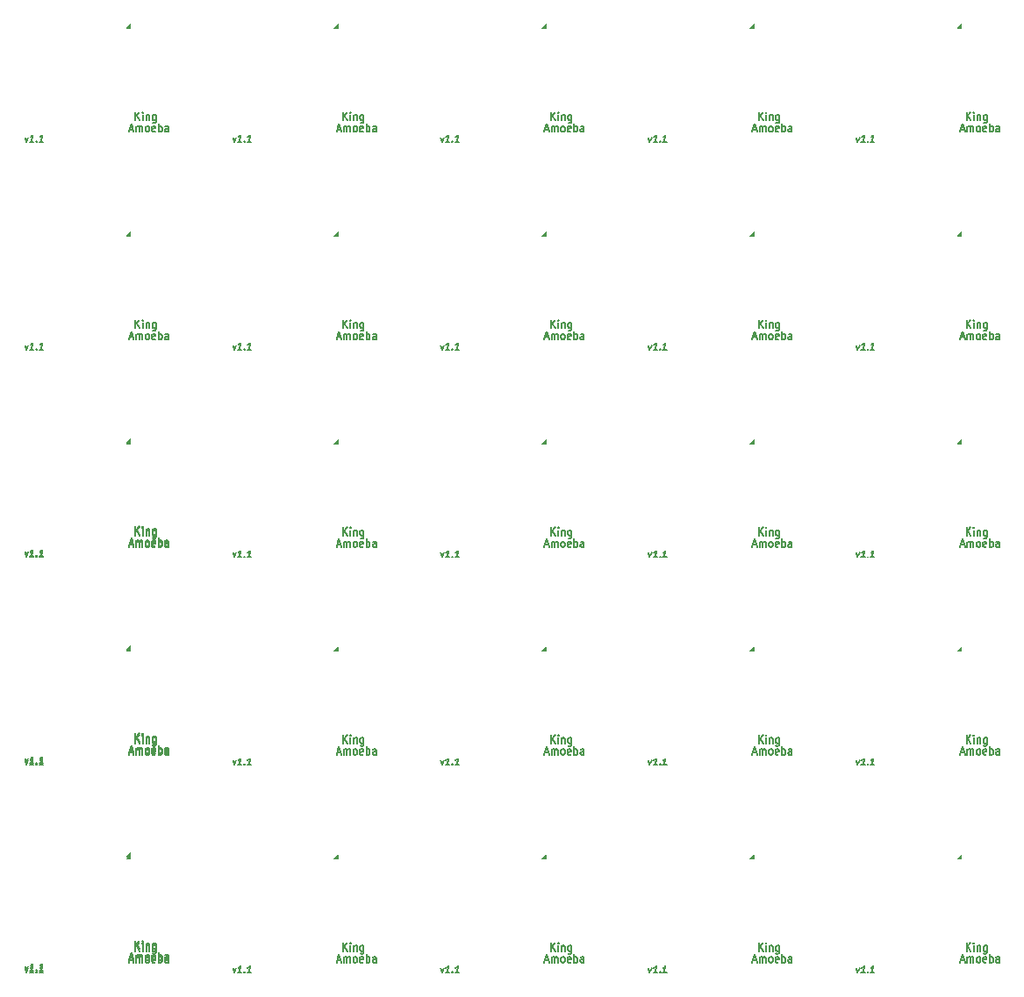
<source format=gto>
G04 #@! TF.GenerationSoftware,KiCad,Pcbnew,(6.0.4-0)*
G04 #@! TF.CreationDate,2022-05-03T13:04:23-07:00*
G04 #@! TF.ProjectId,amoeba-king,616d6f65-6261-42d6-9b69-6e672e6b6963,rev?*
G04 #@! TF.SameCoordinates,Original*
G04 #@! TF.FileFunction,Legend,Top*
G04 #@! TF.FilePolarity,Positive*
%FSLAX46Y46*%
G04 Gerber Fmt 4.6, Leading zero omitted, Abs format (unit mm)*
G04 Created by KiCad (PCBNEW (6.0.4-0)) date 2022-05-03 13:04:23*
%MOMM*%
%LPD*%
G01*
G04 APERTURE LIST*
%ADD10C,0.100000*%
%ADD11C,0.150000*%
%ADD12C,0.158750*%
G04 APERTURE END LIST*
D10*
G36*
X77698600Y-165481000D02*
G01*
X77317600Y-165481000D01*
X77698600Y-165100000D01*
X77698600Y-165481000D01*
G37*
X77698600Y-165481000D02*
X77317600Y-165481000D01*
X77698600Y-165100000D01*
X77698600Y-165481000D01*
G36*
X137848600Y-225631000D02*
G01*
X137467600Y-225631000D01*
X137848600Y-225250000D01*
X137848600Y-225631000D01*
G37*
X137848600Y-225631000D02*
X137467600Y-225631000D01*
X137848600Y-225250000D01*
X137848600Y-225631000D01*
G36*
X97748600Y-245681000D02*
G01*
X97367600Y-245681000D01*
X97748600Y-245300000D01*
X97748600Y-245681000D01*
G37*
X97748600Y-245681000D02*
X97367600Y-245681000D01*
X97748600Y-245300000D01*
X97748600Y-245681000D01*
G36*
X157898600Y-225631000D02*
G01*
X157517600Y-225631000D01*
X157898600Y-225250000D01*
X157898600Y-225631000D01*
G37*
X157898600Y-225631000D02*
X157517600Y-225631000D01*
X157898600Y-225250000D01*
X157898600Y-225631000D01*
G36*
X157898600Y-245681000D02*
G01*
X157517600Y-245681000D01*
X157898600Y-245300000D01*
X157898600Y-245681000D01*
G37*
X157898600Y-245681000D02*
X157517600Y-245681000D01*
X157898600Y-245300000D01*
X157898600Y-245681000D01*
G36*
X97748600Y-225631000D02*
G01*
X97367600Y-225631000D01*
X97748600Y-225250000D01*
X97748600Y-225631000D01*
G37*
X97748600Y-225631000D02*
X97367600Y-225631000D01*
X97748600Y-225250000D01*
X97748600Y-225631000D01*
G36*
X97748600Y-205581000D02*
G01*
X97367600Y-205581000D01*
X97748600Y-205200000D01*
X97748600Y-205581000D01*
G37*
X97748600Y-205581000D02*
X97367600Y-205581000D01*
X97748600Y-205200000D01*
X97748600Y-205581000D01*
G36*
X97748600Y-185531000D02*
G01*
X97367600Y-185531000D01*
X97748600Y-185150000D01*
X97748600Y-185531000D01*
G37*
X97748600Y-185531000D02*
X97367600Y-185531000D01*
X97748600Y-185150000D01*
X97748600Y-185531000D01*
G36*
X117798600Y-225631000D02*
G01*
X117417600Y-225631000D01*
X117798600Y-225250000D01*
X117798600Y-225631000D01*
G37*
X117798600Y-225631000D02*
X117417600Y-225631000D01*
X117798600Y-225250000D01*
X117798600Y-225631000D01*
G36*
X117798600Y-245681000D02*
G01*
X117417600Y-245681000D01*
X117798600Y-245300000D01*
X117798600Y-245681000D01*
G37*
X117798600Y-245681000D02*
X117417600Y-245681000D01*
X117798600Y-245300000D01*
X117798600Y-245681000D01*
G36*
X117798600Y-205581000D02*
G01*
X117417600Y-205581000D01*
X117798600Y-205200000D01*
X117798600Y-205581000D01*
G37*
X117798600Y-205581000D02*
X117417600Y-205581000D01*
X117798600Y-205200000D01*
X117798600Y-205581000D01*
G36*
X117798600Y-185531000D02*
G01*
X117417600Y-185531000D01*
X117798600Y-185150000D01*
X117798600Y-185531000D01*
G37*
X117798600Y-185531000D02*
X117417600Y-185531000D01*
X117798600Y-185150000D01*
X117798600Y-185531000D01*
G36*
X137848600Y-185531000D02*
G01*
X137467600Y-185531000D01*
X137848600Y-185150000D01*
X137848600Y-185531000D01*
G37*
X137848600Y-185531000D02*
X137467600Y-185531000D01*
X137848600Y-185150000D01*
X137848600Y-185531000D01*
G36*
X137848600Y-245681000D02*
G01*
X137467600Y-245681000D01*
X137848600Y-245300000D01*
X137848600Y-245681000D01*
G37*
X137848600Y-245681000D02*
X137467600Y-245681000D01*
X137848600Y-245300000D01*
X137848600Y-245681000D01*
G36*
X77698600Y-205481000D02*
G01*
X77317600Y-205481000D01*
X77698600Y-205100000D01*
X77698600Y-205481000D01*
G37*
X77698600Y-205481000D02*
X77317600Y-205481000D01*
X77698600Y-205100000D01*
X77698600Y-205481000D01*
G36*
X77698600Y-225481000D02*
G01*
X77317600Y-225481000D01*
X77698600Y-225100000D01*
X77698600Y-225481000D01*
G37*
X77698600Y-225481000D02*
X77317600Y-225481000D01*
X77698600Y-225100000D01*
X77698600Y-225481000D01*
G36*
X157898600Y-205581000D02*
G01*
X157517600Y-205581000D01*
X157898600Y-205200000D01*
X157898600Y-205581000D01*
G37*
X157898600Y-205581000D02*
X157517600Y-205581000D01*
X157898600Y-205200000D01*
X157898600Y-205581000D01*
G36*
X77698600Y-245681000D02*
G01*
X77317600Y-245681000D01*
X77698600Y-245300000D01*
X77698600Y-245681000D01*
G37*
X77698600Y-245681000D02*
X77317600Y-245681000D01*
X77698600Y-245300000D01*
X77698600Y-245681000D01*
G36*
X97748600Y-165481000D02*
G01*
X97367600Y-165481000D01*
X97748600Y-165100000D01*
X97748600Y-165481000D01*
G37*
X97748600Y-165481000D02*
X97367600Y-165481000D01*
X97748600Y-165100000D01*
X97748600Y-165481000D01*
G36*
X157898600Y-165481000D02*
G01*
X157517600Y-165481000D01*
X157898600Y-165100000D01*
X157898600Y-165481000D01*
G37*
X157898600Y-165481000D02*
X157517600Y-165481000D01*
X157898600Y-165100000D01*
X157898600Y-165481000D01*
G36*
X77698600Y-245481000D02*
G01*
X77317600Y-245481000D01*
X77698600Y-245100000D01*
X77698600Y-245481000D01*
G37*
X77698600Y-245481000D02*
X77317600Y-245481000D01*
X77698600Y-245100000D01*
X77698600Y-245481000D01*
G36*
X77698600Y-225631000D02*
G01*
X77317600Y-225631000D01*
X77698600Y-225250000D01*
X77698600Y-225631000D01*
G37*
X77698600Y-225631000D02*
X77317600Y-225631000D01*
X77698600Y-225250000D01*
X77698600Y-225631000D01*
G36*
X77698600Y-185531000D02*
G01*
X77317600Y-185531000D01*
X77698600Y-185150000D01*
X77698600Y-185531000D01*
G37*
X77698600Y-185531000D02*
X77317600Y-185531000D01*
X77698600Y-185150000D01*
X77698600Y-185531000D01*
G36*
X137848600Y-165481000D02*
G01*
X137467600Y-165481000D01*
X137848600Y-165100000D01*
X137848600Y-165481000D01*
G37*
X137848600Y-165481000D02*
X137467600Y-165481000D01*
X137848600Y-165100000D01*
X137848600Y-165481000D01*
G36*
X77698600Y-205581000D02*
G01*
X77317600Y-205581000D01*
X77698600Y-205200000D01*
X77698600Y-205581000D01*
G37*
X77698600Y-205581000D02*
X77317600Y-205581000D01*
X77698600Y-205200000D01*
X77698600Y-205581000D01*
G36*
X157898600Y-185531000D02*
G01*
X157517600Y-185531000D01*
X157898600Y-185150000D01*
X157898600Y-185531000D01*
G37*
X157898600Y-185531000D02*
X157517600Y-185531000D01*
X157898600Y-185150000D01*
X157898600Y-185531000D01*
G36*
X137848600Y-205581000D02*
G01*
X137467600Y-205581000D01*
X137848600Y-205200000D01*
X137848600Y-205581000D01*
G37*
X137848600Y-205581000D02*
X137467600Y-205581000D01*
X137848600Y-205200000D01*
X137848600Y-205581000D01*
G36*
X117798600Y-165481000D02*
G01*
X117417600Y-165481000D01*
X117798600Y-165100000D01*
X117798600Y-165481000D01*
G37*
X117798600Y-165481000D02*
X117417600Y-165481000D01*
X117798600Y-165100000D01*
X117798600Y-165481000D01*
D11*
X77656766Y-175279033D02*
X77990100Y-175279033D01*
X77590100Y-175507604D02*
X77823433Y-174707604D01*
X78056766Y-175507604D01*
X78290100Y-175507604D02*
X78290100Y-174974271D01*
X78290100Y-175050461D02*
X78323433Y-175012366D01*
X78390100Y-174974271D01*
X78490100Y-174974271D01*
X78556766Y-175012366D01*
X78590100Y-175088557D01*
X78590100Y-175507604D01*
X78590100Y-175088557D02*
X78623433Y-175012366D01*
X78690100Y-174974271D01*
X78790100Y-174974271D01*
X78856766Y-175012366D01*
X78890100Y-175088557D01*
X78890100Y-175507604D01*
X79323433Y-175507604D02*
X79256766Y-175469509D01*
X79223433Y-175431414D01*
X79190100Y-175355223D01*
X79190100Y-175126652D01*
X79223433Y-175050461D01*
X79256766Y-175012366D01*
X79323433Y-174974271D01*
X79423433Y-174974271D01*
X79490100Y-175012366D01*
X79523433Y-175050461D01*
X79556766Y-175126652D01*
X79556766Y-175355223D01*
X79523433Y-175431414D01*
X79490100Y-175469509D01*
X79423433Y-175507604D01*
X79323433Y-175507604D01*
X80123433Y-175469509D02*
X80056766Y-175507604D01*
X79923433Y-175507604D01*
X79856766Y-175469509D01*
X79823433Y-175393319D01*
X79823433Y-175088557D01*
X79856766Y-175012366D01*
X79923433Y-174974271D01*
X80056766Y-174974271D01*
X80123433Y-175012366D01*
X80156766Y-175088557D01*
X80156766Y-175164747D01*
X79823433Y-175240938D01*
X80456766Y-175507604D02*
X80456766Y-174707604D01*
X80456766Y-175012366D02*
X80523433Y-174974271D01*
X80656766Y-174974271D01*
X80723433Y-175012366D01*
X80756766Y-175050461D01*
X80790100Y-175126652D01*
X80790100Y-175355223D01*
X80756766Y-175431414D01*
X80723433Y-175469509D01*
X80656766Y-175507604D01*
X80523433Y-175507604D01*
X80456766Y-175469509D01*
X81390100Y-175507604D02*
X81390100Y-175088557D01*
X81356766Y-175012366D01*
X81290100Y-174974271D01*
X81156766Y-174974271D01*
X81090100Y-175012366D01*
X81390100Y-175469509D02*
X81323433Y-175507604D01*
X81156766Y-175507604D01*
X81090100Y-175469509D01*
X81056766Y-175393319D01*
X81056766Y-175317128D01*
X81090100Y-175240938D01*
X81156766Y-175202842D01*
X81323433Y-175202842D01*
X81390100Y-175164747D01*
D12*
X67589456Y-176051028D02*
X67687730Y-176474361D01*
X67891837Y-176051028D01*
X68413444Y-176474361D02*
X68050587Y-176474361D01*
X68232016Y-176474361D02*
X68311391Y-175839361D01*
X68239575Y-175930076D01*
X68171540Y-175990552D01*
X68107284Y-176020790D01*
X68693147Y-176413885D02*
X68719605Y-176444123D01*
X68685587Y-176474361D01*
X68659129Y-176444123D01*
X68693147Y-176413885D01*
X68685587Y-176474361D01*
X69320587Y-176474361D02*
X68957730Y-176474361D01*
X69139159Y-176474361D02*
X69218534Y-175839361D01*
X69146718Y-175930076D01*
X69078682Y-175990552D01*
X69014426Y-176020790D01*
D11*
X78226566Y-174402704D02*
X78226566Y-173602704D01*
X78626566Y-174402704D02*
X78326566Y-173945561D01*
X78626566Y-173602704D02*
X78226566Y-174059847D01*
X78926566Y-174402704D02*
X78926566Y-173869371D01*
X78926566Y-173602704D02*
X78893233Y-173640800D01*
X78926566Y-173678895D01*
X78959900Y-173640800D01*
X78926566Y-173602704D01*
X78926566Y-173678895D01*
X79259900Y-173869371D02*
X79259900Y-174402704D01*
X79259900Y-173945561D02*
X79293233Y-173907466D01*
X79359900Y-173869371D01*
X79459900Y-173869371D01*
X79526566Y-173907466D01*
X79559900Y-173983657D01*
X79559900Y-174402704D01*
X80193233Y-173869371D02*
X80193233Y-174516990D01*
X80159900Y-174593180D01*
X80126566Y-174631276D01*
X80059900Y-174669371D01*
X79959900Y-174669371D01*
X79893233Y-174631276D01*
X80193233Y-174364609D02*
X80126566Y-174402704D01*
X79993233Y-174402704D01*
X79926566Y-174364609D01*
X79893233Y-174326514D01*
X79859900Y-174250323D01*
X79859900Y-174021752D01*
X79893233Y-173945561D01*
X79926566Y-173907466D01*
X79993233Y-173869371D01*
X80126566Y-173869371D01*
X80193233Y-173907466D01*
X138376566Y-234552704D02*
X138376566Y-233752704D01*
X138776566Y-234552704D02*
X138476566Y-234095561D01*
X138776566Y-233752704D02*
X138376566Y-234209847D01*
X139076566Y-234552704D02*
X139076566Y-234019371D01*
X139076566Y-233752704D02*
X139043233Y-233790800D01*
X139076566Y-233828895D01*
X139109900Y-233790800D01*
X139076566Y-233752704D01*
X139076566Y-233828895D01*
X139409900Y-234019371D02*
X139409900Y-234552704D01*
X139409900Y-234095561D02*
X139443233Y-234057466D01*
X139509900Y-234019371D01*
X139609900Y-234019371D01*
X139676566Y-234057466D01*
X139709900Y-234133657D01*
X139709900Y-234552704D01*
X140343233Y-234019371D02*
X140343233Y-234666990D01*
X140309900Y-234743180D01*
X140276566Y-234781276D01*
X140209900Y-234819371D01*
X140109900Y-234819371D01*
X140043233Y-234781276D01*
X140343233Y-234514609D02*
X140276566Y-234552704D01*
X140143233Y-234552704D01*
X140076566Y-234514609D01*
X140043233Y-234476514D01*
X140009900Y-234400323D01*
X140009900Y-234171752D01*
X140043233Y-234095561D01*
X140076566Y-234057466D01*
X140143233Y-234019371D01*
X140276566Y-234019371D01*
X140343233Y-234057466D01*
X77656766Y-235279033D02*
X77990100Y-235279033D01*
X77590100Y-235507604D02*
X77823433Y-234707604D01*
X78056766Y-235507604D01*
X78290100Y-235507604D02*
X78290100Y-234974271D01*
X78290100Y-235050461D02*
X78323433Y-235012366D01*
X78390100Y-234974271D01*
X78490100Y-234974271D01*
X78556766Y-235012366D01*
X78590100Y-235088557D01*
X78590100Y-235507604D01*
X78590100Y-235088557D02*
X78623433Y-235012366D01*
X78690100Y-234974271D01*
X78790100Y-234974271D01*
X78856766Y-235012366D01*
X78890100Y-235088557D01*
X78890100Y-235507604D01*
X79323433Y-235507604D02*
X79256766Y-235469509D01*
X79223433Y-235431414D01*
X79190100Y-235355223D01*
X79190100Y-235126652D01*
X79223433Y-235050461D01*
X79256766Y-235012366D01*
X79323433Y-234974271D01*
X79423433Y-234974271D01*
X79490100Y-235012366D01*
X79523433Y-235050461D01*
X79556766Y-235126652D01*
X79556766Y-235355223D01*
X79523433Y-235431414D01*
X79490100Y-235469509D01*
X79423433Y-235507604D01*
X79323433Y-235507604D01*
X80123433Y-235469509D02*
X80056766Y-235507604D01*
X79923433Y-235507604D01*
X79856766Y-235469509D01*
X79823433Y-235393319D01*
X79823433Y-235088557D01*
X79856766Y-235012366D01*
X79923433Y-234974271D01*
X80056766Y-234974271D01*
X80123433Y-235012366D01*
X80156766Y-235088557D01*
X80156766Y-235164747D01*
X79823433Y-235240938D01*
X80456766Y-235507604D02*
X80456766Y-234707604D01*
X80456766Y-235012366D02*
X80523433Y-234974271D01*
X80656766Y-234974271D01*
X80723433Y-235012366D01*
X80756766Y-235050461D01*
X80790100Y-235126652D01*
X80790100Y-235355223D01*
X80756766Y-235431414D01*
X80723433Y-235469509D01*
X80656766Y-235507604D01*
X80523433Y-235507604D01*
X80456766Y-235469509D01*
X81390100Y-235507604D02*
X81390100Y-235088557D01*
X81356766Y-235012366D01*
X81290100Y-234974271D01*
X81156766Y-234974271D01*
X81090100Y-235012366D01*
X81390100Y-235469509D02*
X81323433Y-235507604D01*
X81156766Y-235507604D01*
X81090100Y-235469509D01*
X81056766Y-235393319D01*
X81056766Y-235317128D01*
X81090100Y-235240938D01*
X81156766Y-235202842D01*
X81323433Y-235202842D01*
X81390100Y-235164747D01*
D12*
X147789456Y-256251028D02*
X147887730Y-256674361D01*
X148091837Y-256251028D01*
X148613444Y-256674361D02*
X148250587Y-256674361D01*
X148432016Y-256674361D02*
X148511391Y-256039361D01*
X148439575Y-256130076D01*
X148371540Y-256190552D01*
X148307284Y-256220790D01*
X148893147Y-256613885D02*
X148919605Y-256644123D01*
X148885587Y-256674361D01*
X148859129Y-256644123D01*
X148893147Y-256613885D01*
X148885587Y-256674361D01*
X149520587Y-256674361D02*
X149157730Y-256674361D01*
X149339159Y-256674361D02*
X149418534Y-256039361D01*
X149346718Y-256130076D01*
X149278682Y-256190552D01*
X149214426Y-256220790D01*
D11*
X78226566Y-214402704D02*
X78226566Y-213602704D01*
X78626566Y-214402704D02*
X78326566Y-213945561D01*
X78626566Y-213602704D02*
X78226566Y-214059847D01*
X78926566Y-214402704D02*
X78926566Y-213869371D01*
X78926566Y-213602704D02*
X78893233Y-213640800D01*
X78926566Y-213678895D01*
X78959900Y-213640800D01*
X78926566Y-213602704D01*
X78926566Y-213678895D01*
X79259900Y-213869371D02*
X79259900Y-214402704D01*
X79259900Y-213945561D02*
X79293233Y-213907466D01*
X79359900Y-213869371D01*
X79459900Y-213869371D01*
X79526566Y-213907466D01*
X79559900Y-213983657D01*
X79559900Y-214402704D01*
X80193233Y-213869371D02*
X80193233Y-214516990D01*
X80159900Y-214593180D01*
X80126566Y-214631276D01*
X80059900Y-214669371D01*
X79959900Y-214669371D01*
X79893233Y-214631276D01*
X80193233Y-214364609D02*
X80126566Y-214402704D01*
X79993233Y-214402704D01*
X79926566Y-214364609D01*
X79893233Y-214326514D01*
X79859900Y-214250323D01*
X79859900Y-214021752D01*
X79893233Y-213945561D01*
X79926566Y-213907466D01*
X79993233Y-213869371D01*
X80126566Y-213869371D01*
X80193233Y-213907466D01*
D12*
X107689456Y-216151028D02*
X107787730Y-216574361D01*
X107991837Y-216151028D01*
X108513444Y-216574361D02*
X108150587Y-216574361D01*
X108332016Y-216574361D02*
X108411391Y-215939361D01*
X108339575Y-216030076D01*
X108271540Y-216090552D01*
X108207284Y-216120790D01*
X108793147Y-216513885D02*
X108819605Y-216544123D01*
X108785587Y-216574361D01*
X108759129Y-216544123D01*
X108793147Y-216513885D01*
X108785587Y-216574361D01*
X109420587Y-216574361D02*
X109057730Y-216574361D01*
X109239159Y-216574361D02*
X109318534Y-215939361D01*
X109246718Y-216030076D01*
X109178682Y-216090552D01*
X109114426Y-216120790D01*
D11*
X77656766Y-215379033D02*
X77990100Y-215379033D01*
X77590100Y-215607604D02*
X77823433Y-214807604D01*
X78056766Y-215607604D01*
X78290100Y-215607604D02*
X78290100Y-215074271D01*
X78290100Y-215150461D02*
X78323433Y-215112366D01*
X78390100Y-215074271D01*
X78490100Y-215074271D01*
X78556766Y-215112366D01*
X78590100Y-215188557D01*
X78590100Y-215607604D01*
X78590100Y-215188557D02*
X78623433Y-215112366D01*
X78690100Y-215074271D01*
X78790100Y-215074271D01*
X78856766Y-215112366D01*
X78890100Y-215188557D01*
X78890100Y-215607604D01*
X79323433Y-215607604D02*
X79256766Y-215569509D01*
X79223433Y-215531414D01*
X79190100Y-215455223D01*
X79190100Y-215226652D01*
X79223433Y-215150461D01*
X79256766Y-215112366D01*
X79323433Y-215074271D01*
X79423433Y-215074271D01*
X79490100Y-215112366D01*
X79523433Y-215150461D01*
X79556766Y-215226652D01*
X79556766Y-215455223D01*
X79523433Y-215531414D01*
X79490100Y-215569509D01*
X79423433Y-215607604D01*
X79323433Y-215607604D01*
X80123433Y-215569509D02*
X80056766Y-215607604D01*
X79923433Y-215607604D01*
X79856766Y-215569509D01*
X79823433Y-215493319D01*
X79823433Y-215188557D01*
X79856766Y-215112366D01*
X79923433Y-215074271D01*
X80056766Y-215074271D01*
X80123433Y-215112366D01*
X80156766Y-215188557D01*
X80156766Y-215264747D01*
X79823433Y-215340938D01*
X80456766Y-215607604D02*
X80456766Y-214807604D01*
X80456766Y-215112366D02*
X80523433Y-215074271D01*
X80656766Y-215074271D01*
X80723433Y-215112366D01*
X80756766Y-215150461D01*
X80790100Y-215226652D01*
X80790100Y-215455223D01*
X80756766Y-215531414D01*
X80723433Y-215569509D01*
X80656766Y-215607604D01*
X80523433Y-215607604D01*
X80456766Y-215569509D01*
X81390100Y-215607604D02*
X81390100Y-215188557D01*
X81356766Y-215112366D01*
X81290100Y-215074271D01*
X81156766Y-215074271D01*
X81090100Y-215112366D01*
X81390100Y-215569509D02*
X81323433Y-215607604D01*
X81156766Y-215607604D01*
X81090100Y-215569509D01*
X81056766Y-215493319D01*
X81056766Y-215417128D01*
X81090100Y-215340938D01*
X81156766Y-215302842D01*
X81323433Y-215302842D01*
X81390100Y-215264747D01*
X97706766Y-215379033D02*
X98040100Y-215379033D01*
X97640100Y-215607604D02*
X97873433Y-214807604D01*
X98106766Y-215607604D01*
X98340100Y-215607604D02*
X98340100Y-215074271D01*
X98340100Y-215150461D02*
X98373433Y-215112366D01*
X98440100Y-215074271D01*
X98540100Y-215074271D01*
X98606766Y-215112366D01*
X98640100Y-215188557D01*
X98640100Y-215607604D01*
X98640100Y-215188557D02*
X98673433Y-215112366D01*
X98740100Y-215074271D01*
X98840100Y-215074271D01*
X98906766Y-215112366D01*
X98940100Y-215188557D01*
X98940100Y-215607604D01*
X99373433Y-215607604D02*
X99306766Y-215569509D01*
X99273433Y-215531414D01*
X99240100Y-215455223D01*
X99240100Y-215226652D01*
X99273433Y-215150461D01*
X99306766Y-215112366D01*
X99373433Y-215074271D01*
X99473433Y-215074271D01*
X99540100Y-215112366D01*
X99573433Y-215150461D01*
X99606766Y-215226652D01*
X99606766Y-215455223D01*
X99573433Y-215531414D01*
X99540100Y-215569509D01*
X99473433Y-215607604D01*
X99373433Y-215607604D01*
X100173433Y-215569509D02*
X100106766Y-215607604D01*
X99973433Y-215607604D01*
X99906766Y-215569509D01*
X99873433Y-215493319D01*
X99873433Y-215188557D01*
X99906766Y-215112366D01*
X99973433Y-215074271D01*
X100106766Y-215074271D01*
X100173433Y-215112366D01*
X100206766Y-215188557D01*
X100206766Y-215264747D01*
X99873433Y-215340938D01*
X100506766Y-215607604D02*
X100506766Y-214807604D01*
X100506766Y-215112366D02*
X100573433Y-215074271D01*
X100706766Y-215074271D01*
X100773433Y-215112366D01*
X100806766Y-215150461D01*
X100840100Y-215226652D01*
X100840100Y-215455223D01*
X100806766Y-215531414D01*
X100773433Y-215569509D01*
X100706766Y-215607604D01*
X100573433Y-215607604D01*
X100506766Y-215569509D01*
X101440100Y-215607604D02*
X101440100Y-215188557D01*
X101406766Y-215112366D01*
X101340100Y-215074271D01*
X101206766Y-215074271D01*
X101140100Y-215112366D01*
X101440100Y-215569509D02*
X101373433Y-215607604D01*
X101206766Y-215607604D01*
X101140100Y-215569509D01*
X101106766Y-215493319D01*
X101106766Y-215417128D01*
X101140100Y-215340938D01*
X101206766Y-215302842D01*
X101373433Y-215302842D01*
X101440100Y-215264747D01*
D12*
X67589456Y-216051028D02*
X67687730Y-216474361D01*
X67891837Y-216051028D01*
X68413444Y-216474361D02*
X68050587Y-216474361D01*
X68232016Y-216474361D02*
X68311391Y-215839361D01*
X68239575Y-215930076D01*
X68171540Y-215990552D01*
X68107284Y-216020790D01*
X68693147Y-216413885D02*
X68719605Y-216444123D01*
X68685587Y-216474361D01*
X68659129Y-216444123D01*
X68693147Y-216413885D01*
X68685587Y-216474361D01*
X69320587Y-216474361D02*
X68957730Y-216474361D01*
X69139159Y-216474361D02*
X69218534Y-215839361D01*
X69146718Y-215930076D01*
X69078682Y-215990552D01*
X69014426Y-216020790D01*
X127739456Y-196101028D02*
X127837730Y-196524361D01*
X128041837Y-196101028D01*
X128563444Y-196524361D02*
X128200587Y-196524361D01*
X128382016Y-196524361D02*
X128461391Y-195889361D01*
X128389575Y-195980076D01*
X128321540Y-196040552D01*
X128257284Y-196070790D01*
X128843147Y-196463885D02*
X128869605Y-196494123D01*
X128835587Y-196524361D01*
X128809129Y-196494123D01*
X128843147Y-196463885D01*
X128835587Y-196524361D01*
X129470587Y-196524361D02*
X129107730Y-196524361D01*
X129289159Y-196524361D02*
X129368534Y-195889361D01*
X129296718Y-195980076D01*
X129228682Y-196040552D01*
X129164426Y-196070790D01*
X127739456Y-236201028D02*
X127837730Y-236624361D01*
X128041837Y-236201028D01*
X128563444Y-236624361D02*
X128200587Y-236624361D01*
X128382016Y-236624361D02*
X128461391Y-235989361D01*
X128389575Y-236080076D01*
X128321540Y-236140552D01*
X128257284Y-236170790D01*
X128843147Y-236563885D02*
X128869605Y-236594123D01*
X128835587Y-236624361D01*
X128809129Y-236594123D01*
X128843147Y-236563885D01*
X128835587Y-236624361D01*
X129470587Y-236624361D02*
X129107730Y-236624361D01*
X129289159Y-236624361D02*
X129368534Y-235989361D01*
X129296718Y-236080076D01*
X129228682Y-236140552D01*
X129164426Y-236170790D01*
X127739456Y-216151028D02*
X127837730Y-216574361D01*
X128041837Y-216151028D01*
X128563444Y-216574361D02*
X128200587Y-216574361D01*
X128382016Y-216574361D02*
X128461391Y-215939361D01*
X128389575Y-216030076D01*
X128321540Y-216090552D01*
X128257284Y-216120790D01*
X128843147Y-216513885D02*
X128869605Y-216544123D01*
X128835587Y-216574361D01*
X128809129Y-216544123D01*
X128843147Y-216513885D01*
X128835587Y-216574361D01*
X129470587Y-216574361D02*
X129107730Y-216574361D01*
X129289159Y-216574361D02*
X129368534Y-215939361D01*
X129296718Y-216030076D01*
X129228682Y-216090552D01*
X129164426Y-216120790D01*
D11*
X117756766Y-195329033D02*
X118090100Y-195329033D01*
X117690100Y-195557604D02*
X117923433Y-194757604D01*
X118156766Y-195557604D01*
X118390100Y-195557604D02*
X118390100Y-195024271D01*
X118390100Y-195100461D02*
X118423433Y-195062366D01*
X118490100Y-195024271D01*
X118590100Y-195024271D01*
X118656766Y-195062366D01*
X118690100Y-195138557D01*
X118690100Y-195557604D01*
X118690100Y-195138557D02*
X118723433Y-195062366D01*
X118790100Y-195024271D01*
X118890100Y-195024271D01*
X118956766Y-195062366D01*
X118990100Y-195138557D01*
X118990100Y-195557604D01*
X119423433Y-195557604D02*
X119356766Y-195519509D01*
X119323433Y-195481414D01*
X119290100Y-195405223D01*
X119290100Y-195176652D01*
X119323433Y-195100461D01*
X119356766Y-195062366D01*
X119423433Y-195024271D01*
X119523433Y-195024271D01*
X119590100Y-195062366D01*
X119623433Y-195100461D01*
X119656766Y-195176652D01*
X119656766Y-195405223D01*
X119623433Y-195481414D01*
X119590100Y-195519509D01*
X119523433Y-195557604D01*
X119423433Y-195557604D01*
X120223433Y-195519509D02*
X120156766Y-195557604D01*
X120023433Y-195557604D01*
X119956766Y-195519509D01*
X119923433Y-195443319D01*
X119923433Y-195138557D01*
X119956766Y-195062366D01*
X120023433Y-195024271D01*
X120156766Y-195024271D01*
X120223433Y-195062366D01*
X120256766Y-195138557D01*
X120256766Y-195214747D01*
X119923433Y-195290938D01*
X120556766Y-195557604D02*
X120556766Y-194757604D01*
X120556766Y-195062366D02*
X120623433Y-195024271D01*
X120756766Y-195024271D01*
X120823433Y-195062366D01*
X120856766Y-195100461D01*
X120890100Y-195176652D01*
X120890100Y-195405223D01*
X120856766Y-195481414D01*
X120823433Y-195519509D01*
X120756766Y-195557604D01*
X120623433Y-195557604D01*
X120556766Y-195519509D01*
X121490100Y-195557604D02*
X121490100Y-195138557D01*
X121456766Y-195062366D01*
X121390100Y-195024271D01*
X121256766Y-195024271D01*
X121190100Y-195062366D01*
X121490100Y-195519509D02*
X121423433Y-195557604D01*
X121256766Y-195557604D01*
X121190100Y-195519509D01*
X121156766Y-195443319D01*
X121156766Y-195367128D01*
X121190100Y-195290938D01*
X121256766Y-195252842D01*
X121423433Y-195252842D01*
X121490100Y-195214747D01*
X77656766Y-255279033D02*
X77990100Y-255279033D01*
X77590100Y-255507604D02*
X77823433Y-254707604D01*
X78056766Y-255507604D01*
X78290100Y-255507604D02*
X78290100Y-254974271D01*
X78290100Y-255050461D02*
X78323433Y-255012366D01*
X78390100Y-254974271D01*
X78490100Y-254974271D01*
X78556766Y-255012366D01*
X78590100Y-255088557D01*
X78590100Y-255507604D01*
X78590100Y-255088557D02*
X78623433Y-255012366D01*
X78690100Y-254974271D01*
X78790100Y-254974271D01*
X78856766Y-255012366D01*
X78890100Y-255088557D01*
X78890100Y-255507604D01*
X79323433Y-255507604D02*
X79256766Y-255469509D01*
X79223433Y-255431414D01*
X79190100Y-255355223D01*
X79190100Y-255126652D01*
X79223433Y-255050461D01*
X79256766Y-255012366D01*
X79323433Y-254974271D01*
X79423433Y-254974271D01*
X79490100Y-255012366D01*
X79523433Y-255050461D01*
X79556766Y-255126652D01*
X79556766Y-255355223D01*
X79523433Y-255431414D01*
X79490100Y-255469509D01*
X79423433Y-255507604D01*
X79323433Y-255507604D01*
X80123433Y-255469509D02*
X80056766Y-255507604D01*
X79923433Y-255507604D01*
X79856766Y-255469509D01*
X79823433Y-255393319D01*
X79823433Y-255088557D01*
X79856766Y-255012366D01*
X79923433Y-254974271D01*
X80056766Y-254974271D01*
X80123433Y-255012366D01*
X80156766Y-255088557D01*
X80156766Y-255164747D01*
X79823433Y-255240938D01*
X80456766Y-255507604D02*
X80456766Y-254707604D01*
X80456766Y-255012366D02*
X80523433Y-254974271D01*
X80656766Y-254974271D01*
X80723433Y-255012366D01*
X80756766Y-255050461D01*
X80790100Y-255126652D01*
X80790100Y-255355223D01*
X80756766Y-255431414D01*
X80723433Y-255469509D01*
X80656766Y-255507604D01*
X80523433Y-255507604D01*
X80456766Y-255469509D01*
X81390100Y-255507604D02*
X81390100Y-255088557D01*
X81356766Y-255012366D01*
X81290100Y-254974271D01*
X81156766Y-254974271D01*
X81090100Y-255012366D01*
X81390100Y-255469509D02*
X81323433Y-255507604D01*
X81156766Y-255507604D01*
X81090100Y-255469509D01*
X81056766Y-255393319D01*
X81056766Y-255317128D01*
X81090100Y-255240938D01*
X81156766Y-255202842D01*
X81323433Y-255202842D01*
X81390100Y-255164747D01*
X78226566Y-194452704D02*
X78226566Y-193652704D01*
X78626566Y-194452704D02*
X78326566Y-193995561D01*
X78626566Y-193652704D02*
X78226566Y-194109847D01*
X78926566Y-194452704D02*
X78926566Y-193919371D01*
X78926566Y-193652704D02*
X78893233Y-193690800D01*
X78926566Y-193728895D01*
X78959900Y-193690800D01*
X78926566Y-193652704D01*
X78926566Y-193728895D01*
X79259900Y-193919371D02*
X79259900Y-194452704D01*
X79259900Y-193995561D02*
X79293233Y-193957466D01*
X79359900Y-193919371D01*
X79459900Y-193919371D01*
X79526566Y-193957466D01*
X79559900Y-194033657D01*
X79559900Y-194452704D01*
X80193233Y-193919371D02*
X80193233Y-194566990D01*
X80159900Y-194643180D01*
X80126566Y-194681276D01*
X80059900Y-194719371D01*
X79959900Y-194719371D01*
X79893233Y-194681276D01*
X80193233Y-194414609D02*
X80126566Y-194452704D01*
X79993233Y-194452704D01*
X79926566Y-194414609D01*
X79893233Y-194376514D01*
X79859900Y-194300323D01*
X79859900Y-194071752D01*
X79893233Y-193995561D01*
X79926566Y-193957466D01*
X79993233Y-193919371D01*
X80126566Y-193919371D01*
X80193233Y-193957466D01*
D12*
X87639456Y-216151028D02*
X87737730Y-216574361D01*
X87941837Y-216151028D01*
X88463444Y-216574361D02*
X88100587Y-216574361D01*
X88282016Y-216574361D02*
X88361391Y-215939361D01*
X88289575Y-216030076D01*
X88221540Y-216090552D01*
X88157284Y-216120790D01*
X88743147Y-216513885D02*
X88769605Y-216544123D01*
X88735587Y-216574361D01*
X88709129Y-216544123D01*
X88743147Y-216513885D01*
X88735587Y-216574361D01*
X89370587Y-216574361D02*
X89007730Y-216574361D01*
X89189159Y-216574361D02*
X89268534Y-215939361D01*
X89196718Y-216030076D01*
X89128682Y-216090552D01*
X89064426Y-216120790D01*
D11*
X97706766Y-195329033D02*
X98040100Y-195329033D01*
X97640100Y-195557604D02*
X97873433Y-194757604D01*
X98106766Y-195557604D01*
X98340100Y-195557604D02*
X98340100Y-195024271D01*
X98340100Y-195100461D02*
X98373433Y-195062366D01*
X98440100Y-195024271D01*
X98540100Y-195024271D01*
X98606766Y-195062366D01*
X98640100Y-195138557D01*
X98640100Y-195557604D01*
X98640100Y-195138557D02*
X98673433Y-195062366D01*
X98740100Y-195024271D01*
X98840100Y-195024271D01*
X98906766Y-195062366D01*
X98940100Y-195138557D01*
X98940100Y-195557604D01*
X99373433Y-195557604D02*
X99306766Y-195519509D01*
X99273433Y-195481414D01*
X99240100Y-195405223D01*
X99240100Y-195176652D01*
X99273433Y-195100461D01*
X99306766Y-195062366D01*
X99373433Y-195024271D01*
X99473433Y-195024271D01*
X99540100Y-195062366D01*
X99573433Y-195100461D01*
X99606766Y-195176652D01*
X99606766Y-195405223D01*
X99573433Y-195481414D01*
X99540100Y-195519509D01*
X99473433Y-195557604D01*
X99373433Y-195557604D01*
X100173433Y-195519509D02*
X100106766Y-195557604D01*
X99973433Y-195557604D01*
X99906766Y-195519509D01*
X99873433Y-195443319D01*
X99873433Y-195138557D01*
X99906766Y-195062366D01*
X99973433Y-195024271D01*
X100106766Y-195024271D01*
X100173433Y-195062366D01*
X100206766Y-195138557D01*
X100206766Y-195214747D01*
X99873433Y-195290938D01*
X100506766Y-195557604D02*
X100506766Y-194757604D01*
X100506766Y-195062366D02*
X100573433Y-195024271D01*
X100706766Y-195024271D01*
X100773433Y-195062366D01*
X100806766Y-195100461D01*
X100840100Y-195176652D01*
X100840100Y-195405223D01*
X100806766Y-195481414D01*
X100773433Y-195519509D01*
X100706766Y-195557604D01*
X100573433Y-195557604D01*
X100506766Y-195519509D01*
X101440100Y-195557604D02*
X101440100Y-195138557D01*
X101406766Y-195062366D01*
X101340100Y-195024271D01*
X101206766Y-195024271D01*
X101140100Y-195062366D01*
X101440100Y-195519509D02*
X101373433Y-195557604D01*
X101206766Y-195557604D01*
X101140100Y-195519509D01*
X101106766Y-195443319D01*
X101106766Y-195367128D01*
X101140100Y-195290938D01*
X101206766Y-195252842D01*
X101373433Y-195252842D01*
X101440100Y-195214747D01*
X78226566Y-254602704D02*
X78226566Y-253802704D01*
X78626566Y-254602704D02*
X78326566Y-254145561D01*
X78626566Y-253802704D02*
X78226566Y-254259847D01*
X78926566Y-254602704D02*
X78926566Y-254069371D01*
X78926566Y-253802704D02*
X78893233Y-253840800D01*
X78926566Y-253878895D01*
X78959900Y-253840800D01*
X78926566Y-253802704D01*
X78926566Y-253878895D01*
X79259900Y-254069371D02*
X79259900Y-254602704D01*
X79259900Y-254145561D02*
X79293233Y-254107466D01*
X79359900Y-254069371D01*
X79459900Y-254069371D01*
X79526566Y-254107466D01*
X79559900Y-254183657D01*
X79559900Y-254602704D01*
X80193233Y-254069371D02*
X80193233Y-254716990D01*
X80159900Y-254793180D01*
X80126566Y-254831276D01*
X80059900Y-254869371D01*
X79959900Y-254869371D01*
X79893233Y-254831276D01*
X80193233Y-254564609D02*
X80126566Y-254602704D01*
X79993233Y-254602704D01*
X79926566Y-254564609D01*
X79893233Y-254526514D01*
X79859900Y-254450323D01*
X79859900Y-254221752D01*
X79893233Y-254145561D01*
X79926566Y-254107466D01*
X79993233Y-254069371D01*
X80126566Y-254069371D01*
X80193233Y-254107466D01*
X78226566Y-254402704D02*
X78226566Y-253602704D01*
X78626566Y-254402704D02*
X78326566Y-253945561D01*
X78626566Y-253602704D02*
X78226566Y-254059847D01*
X78926566Y-254402704D02*
X78926566Y-253869371D01*
X78926566Y-253602704D02*
X78893233Y-253640800D01*
X78926566Y-253678895D01*
X78959900Y-253640800D01*
X78926566Y-253602704D01*
X78926566Y-253678895D01*
X79259900Y-253869371D02*
X79259900Y-254402704D01*
X79259900Y-253945561D02*
X79293233Y-253907466D01*
X79359900Y-253869371D01*
X79459900Y-253869371D01*
X79526566Y-253907466D01*
X79559900Y-253983657D01*
X79559900Y-254402704D01*
X80193233Y-253869371D02*
X80193233Y-254516990D01*
X80159900Y-254593180D01*
X80126566Y-254631276D01*
X80059900Y-254669371D01*
X79959900Y-254669371D01*
X79893233Y-254631276D01*
X80193233Y-254364609D02*
X80126566Y-254402704D01*
X79993233Y-254402704D01*
X79926566Y-254364609D01*
X79893233Y-254326514D01*
X79859900Y-254250323D01*
X79859900Y-254021752D01*
X79893233Y-253945561D01*
X79926566Y-253907466D01*
X79993233Y-253869371D01*
X80126566Y-253869371D01*
X80193233Y-253907466D01*
D12*
X147789456Y-176051028D02*
X147887730Y-176474361D01*
X148091837Y-176051028D01*
X148613444Y-176474361D02*
X148250587Y-176474361D01*
X148432016Y-176474361D02*
X148511391Y-175839361D01*
X148439575Y-175930076D01*
X148371540Y-175990552D01*
X148307284Y-176020790D01*
X148893147Y-176413885D02*
X148919605Y-176444123D01*
X148885587Y-176474361D01*
X148859129Y-176444123D01*
X148893147Y-176413885D01*
X148885587Y-176474361D01*
X149520587Y-176474361D02*
X149157730Y-176474361D01*
X149339159Y-176474361D02*
X149418534Y-175839361D01*
X149346718Y-175930076D01*
X149278682Y-175990552D01*
X149214426Y-176020790D01*
D11*
X157856766Y-235429033D02*
X158190100Y-235429033D01*
X157790100Y-235657604D02*
X158023433Y-234857604D01*
X158256766Y-235657604D01*
X158490100Y-235657604D02*
X158490100Y-235124271D01*
X158490100Y-235200461D02*
X158523433Y-235162366D01*
X158590100Y-235124271D01*
X158690100Y-235124271D01*
X158756766Y-235162366D01*
X158790100Y-235238557D01*
X158790100Y-235657604D01*
X158790100Y-235238557D02*
X158823433Y-235162366D01*
X158890100Y-235124271D01*
X158990100Y-235124271D01*
X159056766Y-235162366D01*
X159090100Y-235238557D01*
X159090100Y-235657604D01*
X159523433Y-235657604D02*
X159456766Y-235619509D01*
X159423433Y-235581414D01*
X159390100Y-235505223D01*
X159390100Y-235276652D01*
X159423433Y-235200461D01*
X159456766Y-235162366D01*
X159523433Y-235124271D01*
X159623433Y-235124271D01*
X159690100Y-235162366D01*
X159723433Y-235200461D01*
X159756766Y-235276652D01*
X159756766Y-235505223D01*
X159723433Y-235581414D01*
X159690100Y-235619509D01*
X159623433Y-235657604D01*
X159523433Y-235657604D01*
X160323433Y-235619509D02*
X160256766Y-235657604D01*
X160123433Y-235657604D01*
X160056766Y-235619509D01*
X160023433Y-235543319D01*
X160023433Y-235238557D01*
X160056766Y-235162366D01*
X160123433Y-235124271D01*
X160256766Y-235124271D01*
X160323433Y-235162366D01*
X160356766Y-235238557D01*
X160356766Y-235314747D01*
X160023433Y-235390938D01*
X160656766Y-235657604D02*
X160656766Y-234857604D01*
X160656766Y-235162366D02*
X160723433Y-235124271D01*
X160856766Y-235124271D01*
X160923433Y-235162366D01*
X160956766Y-235200461D01*
X160990100Y-235276652D01*
X160990100Y-235505223D01*
X160956766Y-235581414D01*
X160923433Y-235619509D01*
X160856766Y-235657604D01*
X160723433Y-235657604D01*
X160656766Y-235619509D01*
X161590100Y-235657604D02*
X161590100Y-235238557D01*
X161556766Y-235162366D01*
X161490100Y-235124271D01*
X161356766Y-235124271D01*
X161290100Y-235162366D01*
X161590100Y-235619509D02*
X161523433Y-235657604D01*
X161356766Y-235657604D01*
X161290100Y-235619509D01*
X161256766Y-235543319D01*
X161256766Y-235467128D01*
X161290100Y-235390938D01*
X161356766Y-235352842D01*
X161523433Y-235352842D01*
X161590100Y-235314747D01*
X117756766Y-255479033D02*
X118090100Y-255479033D01*
X117690100Y-255707604D02*
X117923433Y-254907604D01*
X118156766Y-255707604D01*
X118390100Y-255707604D02*
X118390100Y-255174271D01*
X118390100Y-255250461D02*
X118423433Y-255212366D01*
X118490100Y-255174271D01*
X118590100Y-255174271D01*
X118656766Y-255212366D01*
X118690100Y-255288557D01*
X118690100Y-255707604D01*
X118690100Y-255288557D02*
X118723433Y-255212366D01*
X118790100Y-255174271D01*
X118890100Y-255174271D01*
X118956766Y-255212366D01*
X118990100Y-255288557D01*
X118990100Y-255707604D01*
X119423433Y-255707604D02*
X119356766Y-255669509D01*
X119323433Y-255631414D01*
X119290100Y-255555223D01*
X119290100Y-255326652D01*
X119323433Y-255250461D01*
X119356766Y-255212366D01*
X119423433Y-255174271D01*
X119523433Y-255174271D01*
X119590100Y-255212366D01*
X119623433Y-255250461D01*
X119656766Y-255326652D01*
X119656766Y-255555223D01*
X119623433Y-255631414D01*
X119590100Y-255669509D01*
X119523433Y-255707604D01*
X119423433Y-255707604D01*
X120223433Y-255669509D02*
X120156766Y-255707604D01*
X120023433Y-255707604D01*
X119956766Y-255669509D01*
X119923433Y-255593319D01*
X119923433Y-255288557D01*
X119956766Y-255212366D01*
X120023433Y-255174271D01*
X120156766Y-255174271D01*
X120223433Y-255212366D01*
X120256766Y-255288557D01*
X120256766Y-255364747D01*
X119923433Y-255440938D01*
X120556766Y-255707604D02*
X120556766Y-254907604D01*
X120556766Y-255212366D02*
X120623433Y-255174271D01*
X120756766Y-255174271D01*
X120823433Y-255212366D01*
X120856766Y-255250461D01*
X120890100Y-255326652D01*
X120890100Y-255555223D01*
X120856766Y-255631414D01*
X120823433Y-255669509D01*
X120756766Y-255707604D01*
X120623433Y-255707604D01*
X120556766Y-255669509D01*
X121490100Y-255707604D02*
X121490100Y-255288557D01*
X121456766Y-255212366D01*
X121390100Y-255174271D01*
X121256766Y-255174271D01*
X121190100Y-255212366D01*
X121490100Y-255669509D02*
X121423433Y-255707604D01*
X121256766Y-255707604D01*
X121190100Y-255669509D01*
X121156766Y-255593319D01*
X121156766Y-255517128D01*
X121190100Y-255440938D01*
X121256766Y-255402842D01*
X121423433Y-255402842D01*
X121490100Y-255364747D01*
D12*
X107689456Y-236201028D02*
X107787730Y-236624361D01*
X107991837Y-236201028D01*
X108513444Y-236624361D02*
X108150587Y-236624361D01*
X108332016Y-236624361D02*
X108411391Y-235989361D01*
X108339575Y-236080076D01*
X108271540Y-236140552D01*
X108207284Y-236170790D01*
X108793147Y-236563885D02*
X108819605Y-236594123D01*
X108785587Y-236624361D01*
X108759129Y-236594123D01*
X108793147Y-236563885D01*
X108785587Y-236624361D01*
X109420587Y-236624361D02*
X109057730Y-236624361D01*
X109239159Y-236624361D02*
X109318534Y-235989361D01*
X109246718Y-236080076D01*
X109178682Y-236140552D01*
X109114426Y-236170790D01*
D11*
X138376566Y-194452704D02*
X138376566Y-193652704D01*
X138776566Y-194452704D02*
X138476566Y-193995561D01*
X138776566Y-193652704D02*
X138376566Y-194109847D01*
X139076566Y-194452704D02*
X139076566Y-193919371D01*
X139076566Y-193652704D02*
X139043233Y-193690800D01*
X139076566Y-193728895D01*
X139109900Y-193690800D01*
X139076566Y-193652704D01*
X139076566Y-193728895D01*
X139409900Y-193919371D02*
X139409900Y-194452704D01*
X139409900Y-193995561D02*
X139443233Y-193957466D01*
X139509900Y-193919371D01*
X139609900Y-193919371D01*
X139676566Y-193957466D01*
X139709900Y-194033657D01*
X139709900Y-194452704D01*
X140343233Y-193919371D02*
X140343233Y-194566990D01*
X140309900Y-194643180D01*
X140276566Y-194681276D01*
X140209900Y-194719371D01*
X140109900Y-194719371D01*
X140043233Y-194681276D01*
X140343233Y-194414609D02*
X140276566Y-194452704D01*
X140143233Y-194452704D01*
X140076566Y-194414609D01*
X140043233Y-194376514D01*
X140009900Y-194300323D01*
X140009900Y-194071752D01*
X140043233Y-193995561D01*
X140076566Y-193957466D01*
X140143233Y-193919371D01*
X140276566Y-193919371D01*
X140343233Y-193957466D01*
D12*
X87639456Y-236201028D02*
X87737730Y-236624361D01*
X87941837Y-236201028D01*
X88463444Y-236624361D02*
X88100587Y-236624361D01*
X88282016Y-236624361D02*
X88361391Y-235989361D01*
X88289575Y-236080076D01*
X88221540Y-236140552D01*
X88157284Y-236170790D01*
X88743147Y-236563885D02*
X88769605Y-236594123D01*
X88735587Y-236624361D01*
X88709129Y-236594123D01*
X88743147Y-236563885D01*
X88735587Y-236624361D01*
X89370587Y-236624361D02*
X89007730Y-236624361D01*
X89189159Y-236624361D02*
X89268534Y-235989361D01*
X89196718Y-236080076D01*
X89128682Y-236140552D01*
X89064426Y-236170790D01*
D11*
X158426566Y-174402704D02*
X158426566Y-173602704D01*
X158826566Y-174402704D02*
X158526566Y-173945561D01*
X158826566Y-173602704D02*
X158426566Y-174059847D01*
X159126566Y-174402704D02*
X159126566Y-173869371D01*
X159126566Y-173602704D02*
X159093233Y-173640800D01*
X159126566Y-173678895D01*
X159159900Y-173640800D01*
X159126566Y-173602704D01*
X159126566Y-173678895D01*
X159459900Y-173869371D02*
X159459900Y-174402704D01*
X159459900Y-173945561D02*
X159493233Y-173907466D01*
X159559900Y-173869371D01*
X159659900Y-173869371D01*
X159726566Y-173907466D01*
X159759900Y-173983657D01*
X159759900Y-174402704D01*
X160393233Y-173869371D02*
X160393233Y-174516990D01*
X160359900Y-174593180D01*
X160326566Y-174631276D01*
X160259900Y-174669371D01*
X160159900Y-174669371D01*
X160093233Y-174631276D01*
X160393233Y-174364609D02*
X160326566Y-174402704D01*
X160193233Y-174402704D01*
X160126566Y-174364609D01*
X160093233Y-174326514D01*
X160059900Y-174250323D01*
X160059900Y-174021752D01*
X160093233Y-173945561D01*
X160126566Y-173907466D01*
X160193233Y-173869371D01*
X160326566Y-173869371D01*
X160393233Y-173907466D01*
X137806766Y-215379033D02*
X138140100Y-215379033D01*
X137740100Y-215607604D02*
X137973433Y-214807604D01*
X138206766Y-215607604D01*
X138440100Y-215607604D02*
X138440100Y-215074271D01*
X138440100Y-215150461D02*
X138473433Y-215112366D01*
X138540100Y-215074271D01*
X138640100Y-215074271D01*
X138706766Y-215112366D01*
X138740100Y-215188557D01*
X138740100Y-215607604D01*
X138740100Y-215188557D02*
X138773433Y-215112366D01*
X138840100Y-215074271D01*
X138940100Y-215074271D01*
X139006766Y-215112366D01*
X139040100Y-215188557D01*
X139040100Y-215607604D01*
X139473433Y-215607604D02*
X139406766Y-215569509D01*
X139373433Y-215531414D01*
X139340100Y-215455223D01*
X139340100Y-215226652D01*
X139373433Y-215150461D01*
X139406766Y-215112366D01*
X139473433Y-215074271D01*
X139573433Y-215074271D01*
X139640100Y-215112366D01*
X139673433Y-215150461D01*
X139706766Y-215226652D01*
X139706766Y-215455223D01*
X139673433Y-215531414D01*
X139640100Y-215569509D01*
X139573433Y-215607604D01*
X139473433Y-215607604D01*
X140273433Y-215569509D02*
X140206766Y-215607604D01*
X140073433Y-215607604D01*
X140006766Y-215569509D01*
X139973433Y-215493319D01*
X139973433Y-215188557D01*
X140006766Y-215112366D01*
X140073433Y-215074271D01*
X140206766Y-215074271D01*
X140273433Y-215112366D01*
X140306766Y-215188557D01*
X140306766Y-215264747D01*
X139973433Y-215340938D01*
X140606766Y-215607604D02*
X140606766Y-214807604D01*
X140606766Y-215112366D02*
X140673433Y-215074271D01*
X140806766Y-215074271D01*
X140873433Y-215112366D01*
X140906766Y-215150461D01*
X140940100Y-215226652D01*
X140940100Y-215455223D01*
X140906766Y-215531414D01*
X140873433Y-215569509D01*
X140806766Y-215607604D01*
X140673433Y-215607604D01*
X140606766Y-215569509D01*
X141540100Y-215607604D02*
X141540100Y-215188557D01*
X141506766Y-215112366D01*
X141440100Y-215074271D01*
X141306766Y-215074271D01*
X141240100Y-215112366D01*
X141540100Y-215569509D02*
X141473433Y-215607604D01*
X141306766Y-215607604D01*
X141240100Y-215569509D01*
X141206766Y-215493319D01*
X141206766Y-215417128D01*
X141240100Y-215340938D01*
X141306766Y-215302842D01*
X141473433Y-215302842D01*
X141540100Y-215264747D01*
D12*
X87639456Y-196101028D02*
X87737730Y-196524361D01*
X87941837Y-196101028D01*
X88463444Y-196524361D02*
X88100587Y-196524361D01*
X88282016Y-196524361D02*
X88361391Y-195889361D01*
X88289575Y-195980076D01*
X88221540Y-196040552D01*
X88157284Y-196070790D01*
X88743147Y-196463885D02*
X88769605Y-196494123D01*
X88735587Y-196524361D01*
X88709129Y-196494123D01*
X88743147Y-196463885D01*
X88735587Y-196524361D01*
X89370587Y-196524361D02*
X89007730Y-196524361D01*
X89189159Y-196524361D02*
X89268534Y-195889361D01*
X89196718Y-195980076D01*
X89128682Y-196040552D01*
X89064426Y-196070790D01*
D11*
X78226566Y-234402704D02*
X78226566Y-233602704D01*
X78626566Y-234402704D02*
X78326566Y-233945561D01*
X78626566Y-233602704D02*
X78226566Y-234059847D01*
X78926566Y-234402704D02*
X78926566Y-233869371D01*
X78926566Y-233602704D02*
X78893233Y-233640800D01*
X78926566Y-233678895D01*
X78959900Y-233640800D01*
X78926566Y-233602704D01*
X78926566Y-233678895D01*
X79259900Y-233869371D02*
X79259900Y-234402704D01*
X79259900Y-233945561D02*
X79293233Y-233907466D01*
X79359900Y-233869371D01*
X79459900Y-233869371D01*
X79526566Y-233907466D01*
X79559900Y-233983657D01*
X79559900Y-234402704D01*
X80193233Y-233869371D02*
X80193233Y-234516990D01*
X80159900Y-234593180D01*
X80126566Y-234631276D01*
X80059900Y-234669371D01*
X79959900Y-234669371D01*
X79893233Y-234631276D01*
X80193233Y-234364609D02*
X80126566Y-234402704D01*
X79993233Y-234402704D01*
X79926566Y-234364609D01*
X79893233Y-234326514D01*
X79859900Y-234250323D01*
X79859900Y-234021752D01*
X79893233Y-233945561D01*
X79926566Y-233907466D01*
X79993233Y-233869371D01*
X80126566Y-233869371D01*
X80193233Y-233907466D01*
D12*
X147789456Y-196101028D02*
X147887730Y-196524361D01*
X148091837Y-196101028D01*
X148613444Y-196524361D02*
X148250587Y-196524361D01*
X148432016Y-196524361D02*
X148511391Y-195889361D01*
X148439575Y-195980076D01*
X148371540Y-196040552D01*
X148307284Y-196070790D01*
X148893147Y-196463885D02*
X148919605Y-196494123D01*
X148885587Y-196524361D01*
X148859129Y-196494123D01*
X148893147Y-196463885D01*
X148885587Y-196524361D01*
X149520587Y-196524361D02*
X149157730Y-196524361D01*
X149339159Y-196524361D02*
X149418534Y-195889361D01*
X149346718Y-195980076D01*
X149278682Y-196040552D01*
X149214426Y-196070790D01*
X67589456Y-236201028D02*
X67687730Y-236624361D01*
X67891837Y-236201028D01*
X68413444Y-236624361D02*
X68050587Y-236624361D01*
X68232016Y-236624361D02*
X68311391Y-235989361D01*
X68239575Y-236080076D01*
X68171540Y-236140552D01*
X68107284Y-236170790D01*
X68693147Y-236563885D02*
X68719605Y-236594123D01*
X68685587Y-236624361D01*
X68659129Y-236594123D01*
X68693147Y-236563885D01*
X68685587Y-236624361D01*
X69320587Y-236624361D02*
X68957730Y-236624361D01*
X69139159Y-236624361D02*
X69218534Y-235989361D01*
X69146718Y-236080076D01*
X69078682Y-236140552D01*
X69014426Y-236170790D01*
X67589456Y-196101028D02*
X67687730Y-196524361D01*
X67891837Y-196101028D01*
X68413444Y-196524361D02*
X68050587Y-196524361D01*
X68232016Y-196524361D02*
X68311391Y-195889361D01*
X68239575Y-195980076D01*
X68171540Y-196040552D01*
X68107284Y-196070790D01*
X68693147Y-196463885D02*
X68719605Y-196494123D01*
X68685587Y-196524361D01*
X68659129Y-196494123D01*
X68693147Y-196463885D01*
X68685587Y-196524361D01*
X69320587Y-196524361D02*
X68957730Y-196524361D01*
X69139159Y-196524361D02*
X69218534Y-195889361D01*
X69146718Y-195980076D01*
X69078682Y-196040552D01*
X69014426Y-196070790D01*
D11*
X118326566Y-194452704D02*
X118326566Y-193652704D01*
X118726566Y-194452704D02*
X118426566Y-193995561D01*
X118726566Y-193652704D02*
X118326566Y-194109847D01*
X119026566Y-194452704D02*
X119026566Y-193919371D01*
X119026566Y-193652704D02*
X118993233Y-193690800D01*
X119026566Y-193728895D01*
X119059900Y-193690800D01*
X119026566Y-193652704D01*
X119026566Y-193728895D01*
X119359900Y-193919371D02*
X119359900Y-194452704D01*
X119359900Y-193995561D02*
X119393233Y-193957466D01*
X119459900Y-193919371D01*
X119559900Y-193919371D01*
X119626566Y-193957466D01*
X119659900Y-194033657D01*
X119659900Y-194452704D01*
X120293233Y-193919371D02*
X120293233Y-194566990D01*
X120259900Y-194643180D01*
X120226566Y-194681276D01*
X120159900Y-194719371D01*
X120059900Y-194719371D01*
X119993233Y-194681276D01*
X120293233Y-194414609D02*
X120226566Y-194452704D01*
X120093233Y-194452704D01*
X120026566Y-194414609D01*
X119993233Y-194376514D01*
X119959900Y-194300323D01*
X119959900Y-194071752D01*
X119993233Y-193995561D01*
X120026566Y-193957466D01*
X120093233Y-193919371D01*
X120226566Y-193919371D01*
X120293233Y-193957466D01*
X118326566Y-214502704D02*
X118326566Y-213702704D01*
X118726566Y-214502704D02*
X118426566Y-214045561D01*
X118726566Y-213702704D02*
X118326566Y-214159847D01*
X119026566Y-214502704D02*
X119026566Y-213969371D01*
X119026566Y-213702704D02*
X118993233Y-213740800D01*
X119026566Y-213778895D01*
X119059900Y-213740800D01*
X119026566Y-213702704D01*
X119026566Y-213778895D01*
X119359900Y-213969371D02*
X119359900Y-214502704D01*
X119359900Y-214045561D02*
X119393233Y-214007466D01*
X119459900Y-213969371D01*
X119559900Y-213969371D01*
X119626566Y-214007466D01*
X119659900Y-214083657D01*
X119659900Y-214502704D01*
X120293233Y-213969371D02*
X120293233Y-214616990D01*
X120259900Y-214693180D01*
X120226566Y-214731276D01*
X120159900Y-214769371D01*
X120059900Y-214769371D01*
X119993233Y-214731276D01*
X120293233Y-214464609D02*
X120226566Y-214502704D01*
X120093233Y-214502704D01*
X120026566Y-214464609D01*
X119993233Y-214426514D01*
X119959900Y-214350323D01*
X119959900Y-214121752D01*
X119993233Y-214045561D01*
X120026566Y-214007466D01*
X120093233Y-213969371D01*
X120226566Y-213969371D01*
X120293233Y-214007466D01*
X118326566Y-174402704D02*
X118326566Y-173602704D01*
X118726566Y-174402704D02*
X118426566Y-173945561D01*
X118726566Y-173602704D02*
X118326566Y-174059847D01*
X119026566Y-174402704D02*
X119026566Y-173869371D01*
X119026566Y-173602704D02*
X118993233Y-173640800D01*
X119026566Y-173678895D01*
X119059900Y-173640800D01*
X119026566Y-173602704D01*
X119026566Y-173678895D01*
X119359900Y-173869371D02*
X119359900Y-174402704D01*
X119359900Y-173945561D02*
X119393233Y-173907466D01*
X119459900Y-173869371D01*
X119559900Y-173869371D01*
X119626566Y-173907466D01*
X119659900Y-173983657D01*
X119659900Y-174402704D01*
X120293233Y-173869371D02*
X120293233Y-174516990D01*
X120259900Y-174593180D01*
X120226566Y-174631276D01*
X120159900Y-174669371D01*
X120059900Y-174669371D01*
X119993233Y-174631276D01*
X120293233Y-174364609D02*
X120226566Y-174402704D01*
X120093233Y-174402704D01*
X120026566Y-174364609D01*
X119993233Y-174326514D01*
X119959900Y-174250323D01*
X119959900Y-174021752D01*
X119993233Y-173945561D01*
X120026566Y-173907466D01*
X120093233Y-173869371D01*
X120226566Y-173869371D01*
X120293233Y-173907466D01*
X118326566Y-254602704D02*
X118326566Y-253802704D01*
X118726566Y-254602704D02*
X118426566Y-254145561D01*
X118726566Y-253802704D02*
X118326566Y-254259847D01*
X119026566Y-254602704D02*
X119026566Y-254069371D01*
X119026566Y-253802704D02*
X118993233Y-253840800D01*
X119026566Y-253878895D01*
X119059900Y-253840800D01*
X119026566Y-253802704D01*
X119026566Y-253878895D01*
X119359900Y-254069371D02*
X119359900Y-254602704D01*
X119359900Y-254145561D02*
X119393233Y-254107466D01*
X119459900Y-254069371D01*
X119559900Y-254069371D01*
X119626566Y-254107466D01*
X119659900Y-254183657D01*
X119659900Y-254602704D01*
X120293233Y-254069371D02*
X120293233Y-254716990D01*
X120259900Y-254793180D01*
X120226566Y-254831276D01*
X120159900Y-254869371D01*
X120059900Y-254869371D01*
X119993233Y-254831276D01*
X120293233Y-254564609D02*
X120226566Y-254602704D01*
X120093233Y-254602704D01*
X120026566Y-254564609D01*
X119993233Y-254526514D01*
X119959900Y-254450323D01*
X119959900Y-254221752D01*
X119993233Y-254145561D01*
X120026566Y-254107466D01*
X120093233Y-254069371D01*
X120226566Y-254069371D01*
X120293233Y-254107466D01*
X157856766Y-255479033D02*
X158190100Y-255479033D01*
X157790100Y-255707604D02*
X158023433Y-254907604D01*
X158256766Y-255707604D01*
X158490100Y-255707604D02*
X158490100Y-255174271D01*
X158490100Y-255250461D02*
X158523433Y-255212366D01*
X158590100Y-255174271D01*
X158690100Y-255174271D01*
X158756766Y-255212366D01*
X158790100Y-255288557D01*
X158790100Y-255707604D01*
X158790100Y-255288557D02*
X158823433Y-255212366D01*
X158890100Y-255174271D01*
X158990100Y-255174271D01*
X159056766Y-255212366D01*
X159090100Y-255288557D01*
X159090100Y-255707604D01*
X159523433Y-255707604D02*
X159456766Y-255669509D01*
X159423433Y-255631414D01*
X159390100Y-255555223D01*
X159390100Y-255326652D01*
X159423433Y-255250461D01*
X159456766Y-255212366D01*
X159523433Y-255174271D01*
X159623433Y-255174271D01*
X159690100Y-255212366D01*
X159723433Y-255250461D01*
X159756766Y-255326652D01*
X159756766Y-255555223D01*
X159723433Y-255631414D01*
X159690100Y-255669509D01*
X159623433Y-255707604D01*
X159523433Y-255707604D01*
X160323433Y-255669509D02*
X160256766Y-255707604D01*
X160123433Y-255707604D01*
X160056766Y-255669509D01*
X160023433Y-255593319D01*
X160023433Y-255288557D01*
X160056766Y-255212366D01*
X160123433Y-255174271D01*
X160256766Y-255174271D01*
X160323433Y-255212366D01*
X160356766Y-255288557D01*
X160356766Y-255364747D01*
X160023433Y-255440938D01*
X160656766Y-255707604D02*
X160656766Y-254907604D01*
X160656766Y-255212366D02*
X160723433Y-255174271D01*
X160856766Y-255174271D01*
X160923433Y-255212366D01*
X160956766Y-255250461D01*
X160990100Y-255326652D01*
X160990100Y-255555223D01*
X160956766Y-255631414D01*
X160923433Y-255669509D01*
X160856766Y-255707604D01*
X160723433Y-255707604D01*
X160656766Y-255669509D01*
X161590100Y-255707604D02*
X161590100Y-255288557D01*
X161556766Y-255212366D01*
X161490100Y-255174271D01*
X161356766Y-255174271D01*
X161290100Y-255212366D01*
X161590100Y-255669509D02*
X161523433Y-255707604D01*
X161356766Y-255707604D01*
X161290100Y-255669509D01*
X161256766Y-255593319D01*
X161256766Y-255517128D01*
X161290100Y-255440938D01*
X161356766Y-255402842D01*
X161523433Y-255402842D01*
X161590100Y-255364747D01*
X138376566Y-214502704D02*
X138376566Y-213702704D01*
X138776566Y-214502704D02*
X138476566Y-214045561D01*
X138776566Y-213702704D02*
X138376566Y-214159847D01*
X139076566Y-214502704D02*
X139076566Y-213969371D01*
X139076566Y-213702704D02*
X139043233Y-213740800D01*
X139076566Y-213778895D01*
X139109900Y-213740800D01*
X139076566Y-213702704D01*
X139076566Y-213778895D01*
X139409900Y-213969371D02*
X139409900Y-214502704D01*
X139409900Y-214045561D02*
X139443233Y-214007466D01*
X139509900Y-213969371D01*
X139609900Y-213969371D01*
X139676566Y-214007466D01*
X139709900Y-214083657D01*
X139709900Y-214502704D01*
X140343233Y-213969371D02*
X140343233Y-214616990D01*
X140309900Y-214693180D01*
X140276566Y-214731276D01*
X140209900Y-214769371D01*
X140109900Y-214769371D01*
X140043233Y-214731276D01*
X140343233Y-214464609D02*
X140276566Y-214502704D01*
X140143233Y-214502704D01*
X140076566Y-214464609D01*
X140043233Y-214426514D01*
X140009900Y-214350323D01*
X140009900Y-214121752D01*
X140043233Y-214045561D01*
X140076566Y-214007466D01*
X140143233Y-213969371D01*
X140276566Y-213969371D01*
X140343233Y-214007466D01*
D12*
X107689456Y-196101028D02*
X107787730Y-196524361D01*
X107991837Y-196101028D01*
X108513444Y-196524361D02*
X108150587Y-196524361D01*
X108332016Y-196524361D02*
X108411391Y-195889361D01*
X108339575Y-195980076D01*
X108271540Y-196040552D01*
X108207284Y-196070790D01*
X108793147Y-196463885D02*
X108819605Y-196494123D01*
X108785587Y-196524361D01*
X108759129Y-196494123D01*
X108793147Y-196463885D01*
X108785587Y-196524361D01*
X109420587Y-196524361D02*
X109057730Y-196524361D01*
X109239159Y-196524361D02*
X109318534Y-195889361D01*
X109246718Y-195980076D01*
X109178682Y-196040552D01*
X109114426Y-196070790D01*
X67589456Y-236051028D02*
X67687730Y-236474361D01*
X67891837Y-236051028D01*
X68413444Y-236474361D02*
X68050587Y-236474361D01*
X68232016Y-236474361D02*
X68311391Y-235839361D01*
X68239575Y-235930076D01*
X68171540Y-235990552D01*
X68107284Y-236020790D01*
X68693147Y-236413885D02*
X68719605Y-236444123D01*
X68685587Y-236474361D01*
X68659129Y-236444123D01*
X68693147Y-236413885D01*
X68685587Y-236474361D01*
X69320587Y-236474361D02*
X68957730Y-236474361D01*
X69139159Y-236474361D02*
X69218534Y-235839361D01*
X69146718Y-235930076D01*
X69078682Y-235990552D01*
X69014426Y-236020790D01*
D11*
X98276566Y-194452704D02*
X98276566Y-193652704D01*
X98676566Y-194452704D02*
X98376566Y-193995561D01*
X98676566Y-193652704D02*
X98276566Y-194109847D01*
X98976566Y-194452704D02*
X98976566Y-193919371D01*
X98976566Y-193652704D02*
X98943233Y-193690800D01*
X98976566Y-193728895D01*
X99009900Y-193690800D01*
X98976566Y-193652704D01*
X98976566Y-193728895D01*
X99309900Y-193919371D02*
X99309900Y-194452704D01*
X99309900Y-193995561D02*
X99343233Y-193957466D01*
X99409900Y-193919371D01*
X99509900Y-193919371D01*
X99576566Y-193957466D01*
X99609900Y-194033657D01*
X99609900Y-194452704D01*
X100243233Y-193919371D02*
X100243233Y-194566990D01*
X100209900Y-194643180D01*
X100176566Y-194681276D01*
X100109900Y-194719371D01*
X100009900Y-194719371D01*
X99943233Y-194681276D01*
X100243233Y-194414609D02*
X100176566Y-194452704D01*
X100043233Y-194452704D01*
X99976566Y-194414609D01*
X99943233Y-194376514D01*
X99909900Y-194300323D01*
X99909900Y-194071752D01*
X99943233Y-193995561D01*
X99976566Y-193957466D01*
X100043233Y-193919371D01*
X100176566Y-193919371D01*
X100243233Y-193957466D01*
X117756766Y-175279033D02*
X118090100Y-175279033D01*
X117690100Y-175507604D02*
X117923433Y-174707604D01*
X118156766Y-175507604D01*
X118390100Y-175507604D02*
X118390100Y-174974271D01*
X118390100Y-175050461D02*
X118423433Y-175012366D01*
X118490100Y-174974271D01*
X118590100Y-174974271D01*
X118656766Y-175012366D01*
X118690100Y-175088557D01*
X118690100Y-175507604D01*
X118690100Y-175088557D02*
X118723433Y-175012366D01*
X118790100Y-174974271D01*
X118890100Y-174974271D01*
X118956766Y-175012366D01*
X118990100Y-175088557D01*
X118990100Y-175507604D01*
X119423433Y-175507604D02*
X119356766Y-175469509D01*
X119323433Y-175431414D01*
X119290100Y-175355223D01*
X119290100Y-175126652D01*
X119323433Y-175050461D01*
X119356766Y-175012366D01*
X119423433Y-174974271D01*
X119523433Y-174974271D01*
X119590100Y-175012366D01*
X119623433Y-175050461D01*
X119656766Y-175126652D01*
X119656766Y-175355223D01*
X119623433Y-175431414D01*
X119590100Y-175469509D01*
X119523433Y-175507604D01*
X119423433Y-175507604D01*
X120223433Y-175469509D02*
X120156766Y-175507604D01*
X120023433Y-175507604D01*
X119956766Y-175469509D01*
X119923433Y-175393319D01*
X119923433Y-175088557D01*
X119956766Y-175012366D01*
X120023433Y-174974271D01*
X120156766Y-174974271D01*
X120223433Y-175012366D01*
X120256766Y-175088557D01*
X120256766Y-175164747D01*
X119923433Y-175240938D01*
X120556766Y-175507604D02*
X120556766Y-174707604D01*
X120556766Y-175012366D02*
X120623433Y-174974271D01*
X120756766Y-174974271D01*
X120823433Y-175012366D01*
X120856766Y-175050461D01*
X120890100Y-175126652D01*
X120890100Y-175355223D01*
X120856766Y-175431414D01*
X120823433Y-175469509D01*
X120756766Y-175507604D01*
X120623433Y-175507604D01*
X120556766Y-175469509D01*
X121490100Y-175507604D02*
X121490100Y-175088557D01*
X121456766Y-175012366D01*
X121390100Y-174974271D01*
X121256766Y-174974271D01*
X121190100Y-175012366D01*
X121490100Y-175469509D02*
X121423433Y-175507604D01*
X121256766Y-175507604D01*
X121190100Y-175469509D01*
X121156766Y-175393319D01*
X121156766Y-175317128D01*
X121190100Y-175240938D01*
X121256766Y-175202842D01*
X121423433Y-175202842D01*
X121490100Y-175164747D01*
X118326566Y-234552704D02*
X118326566Y-233752704D01*
X118726566Y-234552704D02*
X118426566Y-234095561D01*
X118726566Y-233752704D02*
X118326566Y-234209847D01*
X119026566Y-234552704D02*
X119026566Y-234019371D01*
X119026566Y-233752704D02*
X118993233Y-233790800D01*
X119026566Y-233828895D01*
X119059900Y-233790800D01*
X119026566Y-233752704D01*
X119026566Y-233828895D01*
X119359900Y-234019371D02*
X119359900Y-234552704D01*
X119359900Y-234095561D02*
X119393233Y-234057466D01*
X119459900Y-234019371D01*
X119559900Y-234019371D01*
X119626566Y-234057466D01*
X119659900Y-234133657D01*
X119659900Y-234552704D01*
X120293233Y-234019371D02*
X120293233Y-234666990D01*
X120259900Y-234743180D01*
X120226566Y-234781276D01*
X120159900Y-234819371D01*
X120059900Y-234819371D01*
X119993233Y-234781276D01*
X120293233Y-234514609D02*
X120226566Y-234552704D01*
X120093233Y-234552704D01*
X120026566Y-234514609D01*
X119993233Y-234476514D01*
X119959900Y-234400323D01*
X119959900Y-234171752D01*
X119993233Y-234095561D01*
X120026566Y-234057466D01*
X120093233Y-234019371D01*
X120226566Y-234019371D01*
X120293233Y-234057466D01*
D12*
X127739456Y-256251028D02*
X127837730Y-256674361D01*
X128041837Y-256251028D01*
X128563444Y-256674361D02*
X128200587Y-256674361D01*
X128382016Y-256674361D02*
X128461391Y-256039361D01*
X128389575Y-256130076D01*
X128321540Y-256190552D01*
X128257284Y-256220790D01*
X128843147Y-256613885D02*
X128869605Y-256644123D01*
X128835587Y-256674361D01*
X128809129Y-256644123D01*
X128843147Y-256613885D01*
X128835587Y-256674361D01*
X129470587Y-256674361D02*
X129107730Y-256674361D01*
X129289159Y-256674361D02*
X129368534Y-256039361D01*
X129296718Y-256130076D01*
X129228682Y-256190552D01*
X129164426Y-256220790D01*
D11*
X77656766Y-195329033D02*
X77990100Y-195329033D01*
X77590100Y-195557604D02*
X77823433Y-194757604D01*
X78056766Y-195557604D01*
X78290100Y-195557604D02*
X78290100Y-195024271D01*
X78290100Y-195100461D02*
X78323433Y-195062366D01*
X78390100Y-195024271D01*
X78490100Y-195024271D01*
X78556766Y-195062366D01*
X78590100Y-195138557D01*
X78590100Y-195557604D01*
X78590100Y-195138557D02*
X78623433Y-195062366D01*
X78690100Y-195024271D01*
X78790100Y-195024271D01*
X78856766Y-195062366D01*
X78890100Y-195138557D01*
X78890100Y-195557604D01*
X79323433Y-195557604D02*
X79256766Y-195519509D01*
X79223433Y-195481414D01*
X79190100Y-195405223D01*
X79190100Y-195176652D01*
X79223433Y-195100461D01*
X79256766Y-195062366D01*
X79323433Y-195024271D01*
X79423433Y-195024271D01*
X79490100Y-195062366D01*
X79523433Y-195100461D01*
X79556766Y-195176652D01*
X79556766Y-195405223D01*
X79523433Y-195481414D01*
X79490100Y-195519509D01*
X79423433Y-195557604D01*
X79323433Y-195557604D01*
X80123433Y-195519509D02*
X80056766Y-195557604D01*
X79923433Y-195557604D01*
X79856766Y-195519509D01*
X79823433Y-195443319D01*
X79823433Y-195138557D01*
X79856766Y-195062366D01*
X79923433Y-195024271D01*
X80056766Y-195024271D01*
X80123433Y-195062366D01*
X80156766Y-195138557D01*
X80156766Y-195214747D01*
X79823433Y-195290938D01*
X80456766Y-195557604D02*
X80456766Y-194757604D01*
X80456766Y-195062366D02*
X80523433Y-195024271D01*
X80656766Y-195024271D01*
X80723433Y-195062366D01*
X80756766Y-195100461D01*
X80790100Y-195176652D01*
X80790100Y-195405223D01*
X80756766Y-195481414D01*
X80723433Y-195519509D01*
X80656766Y-195557604D01*
X80523433Y-195557604D01*
X80456766Y-195519509D01*
X81390100Y-195557604D02*
X81390100Y-195138557D01*
X81356766Y-195062366D01*
X81290100Y-195024271D01*
X81156766Y-195024271D01*
X81090100Y-195062366D01*
X81390100Y-195519509D02*
X81323433Y-195557604D01*
X81156766Y-195557604D01*
X81090100Y-195519509D01*
X81056766Y-195443319D01*
X81056766Y-195367128D01*
X81090100Y-195290938D01*
X81156766Y-195252842D01*
X81323433Y-195252842D01*
X81390100Y-195214747D01*
X117756766Y-215379033D02*
X118090100Y-215379033D01*
X117690100Y-215607604D02*
X117923433Y-214807604D01*
X118156766Y-215607604D01*
X118390100Y-215607604D02*
X118390100Y-215074271D01*
X118390100Y-215150461D02*
X118423433Y-215112366D01*
X118490100Y-215074271D01*
X118590100Y-215074271D01*
X118656766Y-215112366D01*
X118690100Y-215188557D01*
X118690100Y-215607604D01*
X118690100Y-215188557D02*
X118723433Y-215112366D01*
X118790100Y-215074271D01*
X118890100Y-215074271D01*
X118956766Y-215112366D01*
X118990100Y-215188557D01*
X118990100Y-215607604D01*
X119423433Y-215607604D02*
X119356766Y-215569509D01*
X119323433Y-215531414D01*
X119290100Y-215455223D01*
X119290100Y-215226652D01*
X119323433Y-215150461D01*
X119356766Y-215112366D01*
X119423433Y-215074271D01*
X119523433Y-215074271D01*
X119590100Y-215112366D01*
X119623433Y-215150461D01*
X119656766Y-215226652D01*
X119656766Y-215455223D01*
X119623433Y-215531414D01*
X119590100Y-215569509D01*
X119523433Y-215607604D01*
X119423433Y-215607604D01*
X120223433Y-215569509D02*
X120156766Y-215607604D01*
X120023433Y-215607604D01*
X119956766Y-215569509D01*
X119923433Y-215493319D01*
X119923433Y-215188557D01*
X119956766Y-215112366D01*
X120023433Y-215074271D01*
X120156766Y-215074271D01*
X120223433Y-215112366D01*
X120256766Y-215188557D01*
X120256766Y-215264747D01*
X119923433Y-215340938D01*
X120556766Y-215607604D02*
X120556766Y-214807604D01*
X120556766Y-215112366D02*
X120623433Y-215074271D01*
X120756766Y-215074271D01*
X120823433Y-215112366D01*
X120856766Y-215150461D01*
X120890100Y-215226652D01*
X120890100Y-215455223D01*
X120856766Y-215531414D01*
X120823433Y-215569509D01*
X120756766Y-215607604D01*
X120623433Y-215607604D01*
X120556766Y-215569509D01*
X121490100Y-215607604D02*
X121490100Y-215188557D01*
X121456766Y-215112366D01*
X121390100Y-215074271D01*
X121256766Y-215074271D01*
X121190100Y-215112366D01*
X121490100Y-215569509D02*
X121423433Y-215607604D01*
X121256766Y-215607604D01*
X121190100Y-215569509D01*
X121156766Y-215493319D01*
X121156766Y-215417128D01*
X121190100Y-215340938D01*
X121256766Y-215302842D01*
X121423433Y-215302842D01*
X121490100Y-215264747D01*
D12*
X127739456Y-176051028D02*
X127837730Y-176474361D01*
X128041837Y-176051028D01*
X128563444Y-176474361D02*
X128200587Y-176474361D01*
X128382016Y-176474361D02*
X128461391Y-175839361D01*
X128389575Y-175930076D01*
X128321540Y-175990552D01*
X128257284Y-176020790D01*
X128843147Y-176413885D02*
X128869605Y-176444123D01*
X128835587Y-176474361D01*
X128809129Y-176444123D01*
X128843147Y-176413885D01*
X128835587Y-176474361D01*
X129470587Y-176474361D02*
X129107730Y-176474361D01*
X129289159Y-176474361D02*
X129368534Y-175839361D01*
X129296718Y-175930076D01*
X129228682Y-175990552D01*
X129164426Y-176020790D01*
D11*
X158426566Y-234552704D02*
X158426566Y-233752704D01*
X158826566Y-234552704D02*
X158526566Y-234095561D01*
X158826566Y-233752704D02*
X158426566Y-234209847D01*
X159126566Y-234552704D02*
X159126566Y-234019371D01*
X159126566Y-233752704D02*
X159093233Y-233790800D01*
X159126566Y-233828895D01*
X159159900Y-233790800D01*
X159126566Y-233752704D01*
X159126566Y-233828895D01*
X159459900Y-234019371D02*
X159459900Y-234552704D01*
X159459900Y-234095561D02*
X159493233Y-234057466D01*
X159559900Y-234019371D01*
X159659900Y-234019371D01*
X159726566Y-234057466D01*
X159759900Y-234133657D01*
X159759900Y-234552704D01*
X160393233Y-234019371D02*
X160393233Y-234666990D01*
X160359900Y-234743180D01*
X160326566Y-234781276D01*
X160259900Y-234819371D01*
X160159900Y-234819371D01*
X160093233Y-234781276D01*
X160393233Y-234514609D02*
X160326566Y-234552704D01*
X160193233Y-234552704D01*
X160126566Y-234514609D01*
X160093233Y-234476514D01*
X160059900Y-234400323D01*
X160059900Y-234171752D01*
X160093233Y-234095561D01*
X160126566Y-234057466D01*
X160193233Y-234019371D01*
X160326566Y-234019371D01*
X160393233Y-234057466D01*
X98276566Y-214502704D02*
X98276566Y-213702704D01*
X98676566Y-214502704D02*
X98376566Y-214045561D01*
X98676566Y-213702704D02*
X98276566Y-214159847D01*
X98976566Y-214502704D02*
X98976566Y-213969371D01*
X98976566Y-213702704D02*
X98943233Y-213740800D01*
X98976566Y-213778895D01*
X99009900Y-213740800D01*
X98976566Y-213702704D01*
X98976566Y-213778895D01*
X99309900Y-213969371D02*
X99309900Y-214502704D01*
X99309900Y-214045561D02*
X99343233Y-214007466D01*
X99409900Y-213969371D01*
X99509900Y-213969371D01*
X99576566Y-214007466D01*
X99609900Y-214083657D01*
X99609900Y-214502704D01*
X100243233Y-213969371D02*
X100243233Y-214616990D01*
X100209900Y-214693180D01*
X100176566Y-214731276D01*
X100109900Y-214769371D01*
X100009900Y-214769371D01*
X99943233Y-214731276D01*
X100243233Y-214464609D02*
X100176566Y-214502704D01*
X100043233Y-214502704D01*
X99976566Y-214464609D01*
X99943233Y-214426514D01*
X99909900Y-214350323D01*
X99909900Y-214121752D01*
X99943233Y-214045561D01*
X99976566Y-214007466D01*
X100043233Y-213969371D01*
X100176566Y-213969371D01*
X100243233Y-214007466D01*
D12*
X147789456Y-236201028D02*
X147887730Y-236624361D01*
X148091837Y-236201028D01*
X148613444Y-236624361D02*
X148250587Y-236624361D01*
X148432016Y-236624361D02*
X148511391Y-235989361D01*
X148439575Y-236080076D01*
X148371540Y-236140552D01*
X148307284Y-236170790D01*
X148893147Y-236563885D02*
X148919605Y-236594123D01*
X148885587Y-236624361D01*
X148859129Y-236594123D01*
X148893147Y-236563885D01*
X148885587Y-236624361D01*
X149520587Y-236624361D02*
X149157730Y-236624361D01*
X149339159Y-236624361D02*
X149418534Y-235989361D01*
X149346718Y-236080076D01*
X149278682Y-236140552D01*
X149214426Y-236170790D01*
D11*
X137806766Y-235429033D02*
X138140100Y-235429033D01*
X137740100Y-235657604D02*
X137973433Y-234857604D01*
X138206766Y-235657604D01*
X138440100Y-235657604D02*
X138440100Y-235124271D01*
X138440100Y-235200461D02*
X138473433Y-235162366D01*
X138540100Y-235124271D01*
X138640100Y-235124271D01*
X138706766Y-235162366D01*
X138740100Y-235238557D01*
X138740100Y-235657604D01*
X138740100Y-235238557D02*
X138773433Y-235162366D01*
X138840100Y-235124271D01*
X138940100Y-235124271D01*
X139006766Y-235162366D01*
X139040100Y-235238557D01*
X139040100Y-235657604D01*
X139473433Y-235657604D02*
X139406766Y-235619509D01*
X139373433Y-235581414D01*
X139340100Y-235505223D01*
X139340100Y-235276652D01*
X139373433Y-235200461D01*
X139406766Y-235162366D01*
X139473433Y-235124271D01*
X139573433Y-235124271D01*
X139640100Y-235162366D01*
X139673433Y-235200461D01*
X139706766Y-235276652D01*
X139706766Y-235505223D01*
X139673433Y-235581414D01*
X139640100Y-235619509D01*
X139573433Y-235657604D01*
X139473433Y-235657604D01*
X140273433Y-235619509D02*
X140206766Y-235657604D01*
X140073433Y-235657604D01*
X140006766Y-235619509D01*
X139973433Y-235543319D01*
X139973433Y-235238557D01*
X140006766Y-235162366D01*
X140073433Y-235124271D01*
X140206766Y-235124271D01*
X140273433Y-235162366D01*
X140306766Y-235238557D01*
X140306766Y-235314747D01*
X139973433Y-235390938D01*
X140606766Y-235657604D02*
X140606766Y-234857604D01*
X140606766Y-235162366D02*
X140673433Y-235124271D01*
X140806766Y-235124271D01*
X140873433Y-235162366D01*
X140906766Y-235200461D01*
X140940100Y-235276652D01*
X140940100Y-235505223D01*
X140906766Y-235581414D01*
X140873433Y-235619509D01*
X140806766Y-235657604D01*
X140673433Y-235657604D01*
X140606766Y-235619509D01*
X141540100Y-235657604D02*
X141540100Y-235238557D01*
X141506766Y-235162366D01*
X141440100Y-235124271D01*
X141306766Y-235124271D01*
X141240100Y-235162366D01*
X141540100Y-235619509D02*
X141473433Y-235657604D01*
X141306766Y-235657604D01*
X141240100Y-235619509D01*
X141206766Y-235543319D01*
X141206766Y-235467128D01*
X141240100Y-235390938D01*
X141306766Y-235352842D01*
X141473433Y-235352842D01*
X141540100Y-235314747D01*
X137806766Y-255479033D02*
X138140100Y-255479033D01*
X137740100Y-255707604D02*
X137973433Y-254907604D01*
X138206766Y-255707604D01*
X138440100Y-255707604D02*
X138440100Y-255174271D01*
X138440100Y-255250461D02*
X138473433Y-255212366D01*
X138540100Y-255174271D01*
X138640100Y-255174271D01*
X138706766Y-255212366D01*
X138740100Y-255288557D01*
X138740100Y-255707604D01*
X138740100Y-255288557D02*
X138773433Y-255212366D01*
X138840100Y-255174271D01*
X138940100Y-255174271D01*
X139006766Y-255212366D01*
X139040100Y-255288557D01*
X139040100Y-255707604D01*
X139473433Y-255707604D02*
X139406766Y-255669509D01*
X139373433Y-255631414D01*
X139340100Y-255555223D01*
X139340100Y-255326652D01*
X139373433Y-255250461D01*
X139406766Y-255212366D01*
X139473433Y-255174271D01*
X139573433Y-255174271D01*
X139640100Y-255212366D01*
X139673433Y-255250461D01*
X139706766Y-255326652D01*
X139706766Y-255555223D01*
X139673433Y-255631414D01*
X139640100Y-255669509D01*
X139573433Y-255707604D01*
X139473433Y-255707604D01*
X140273433Y-255669509D02*
X140206766Y-255707604D01*
X140073433Y-255707604D01*
X140006766Y-255669509D01*
X139973433Y-255593319D01*
X139973433Y-255288557D01*
X140006766Y-255212366D01*
X140073433Y-255174271D01*
X140206766Y-255174271D01*
X140273433Y-255212366D01*
X140306766Y-255288557D01*
X140306766Y-255364747D01*
X139973433Y-255440938D01*
X140606766Y-255707604D02*
X140606766Y-254907604D01*
X140606766Y-255212366D02*
X140673433Y-255174271D01*
X140806766Y-255174271D01*
X140873433Y-255212366D01*
X140906766Y-255250461D01*
X140940100Y-255326652D01*
X140940100Y-255555223D01*
X140906766Y-255631414D01*
X140873433Y-255669509D01*
X140806766Y-255707604D01*
X140673433Y-255707604D01*
X140606766Y-255669509D01*
X141540100Y-255707604D02*
X141540100Y-255288557D01*
X141506766Y-255212366D01*
X141440100Y-255174271D01*
X141306766Y-255174271D01*
X141240100Y-255212366D01*
X141540100Y-255669509D02*
X141473433Y-255707604D01*
X141306766Y-255707604D01*
X141240100Y-255669509D01*
X141206766Y-255593319D01*
X141206766Y-255517128D01*
X141240100Y-255440938D01*
X141306766Y-255402842D01*
X141473433Y-255402842D01*
X141540100Y-255364747D01*
X98276566Y-234552704D02*
X98276566Y-233752704D01*
X98676566Y-234552704D02*
X98376566Y-234095561D01*
X98676566Y-233752704D02*
X98276566Y-234209847D01*
X98976566Y-234552704D02*
X98976566Y-234019371D01*
X98976566Y-233752704D02*
X98943233Y-233790800D01*
X98976566Y-233828895D01*
X99009900Y-233790800D01*
X98976566Y-233752704D01*
X98976566Y-233828895D01*
X99309900Y-234019371D02*
X99309900Y-234552704D01*
X99309900Y-234095561D02*
X99343233Y-234057466D01*
X99409900Y-234019371D01*
X99509900Y-234019371D01*
X99576566Y-234057466D01*
X99609900Y-234133657D01*
X99609900Y-234552704D01*
X100243233Y-234019371D02*
X100243233Y-234666990D01*
X100209900Y-234743180D01*
X100176566Y-234781276D01*
X100109900Y-234819371D01*
X100009900Y-234819371D01*
X99943233Y-234781276D01*
X100243233Y-234514609D02*
X100176566Y-234552704D01*
X100043233Y-234552704D01*
X99976566Y-234514609D01*
X99943233Y-234476514D01*
X99909900Y-234400323D01*
X99909900Y-234171752D01*
X99943233Y-234095561D01*
X99976566Y-234057466D01*
X100043233Y-234019371D01*
X100176566Y-234019371D01*
X100243233Y-234057466D01*
D12*
X107689456Y-256251028D02*
X107787730Y-256674361D01*
X107991837Y-256251028D01*
X108513444Y-256674361D02*
X108150587Y-256674361D01*
X108332016Y-256674361D02*
X108411391Y-256039361D01*
X108339575Y-256130076D01*
X108271540Y-256190552D01*
X108207284Y-256220790D01*
X108793147Y-256613885D02*
X108819605Y-256644123D01*
X108785587Y-256674361D01*
X108759129Y-256644123D01*
X108793147Y-256613885D01*
X108785587Y-256674361D01*
X109420587Y-256674361D02*
X109057730Y-256674361D01*
X109239159Y-256674361D02*
X109318534Y-256039361D01*
X109246718Y-256130076D01*
X109178682Y-256190552D01*
X109114426Y-256220790D01*
D11*
X138376566Y-174402704D02*
X138376566Y-173602704D01*
X138776566Y-174402704D02*
X138476566Y-173945561D01*
X138776566Y-173602704D02*
X138376566Y-174059847D01*
X139076566Y-174402704D02*
X139076566Y-173869371D01*
X139076566Y-173602704D02*
X139043233Y-173640800D01*
X139076566Y-173678895D01*
X139109900Y-173640800D01*
X139076566Y-173602704D01*
X139076566Y-173678895D01*
X139409900Y-173869371D02*
X139409900Y-174402704D01*
X139409900Y-173945561D02*
X139443233Y-173907466D01*
X139509900Y-173869371D01*
X139609900Y-173869371D01*
X139676566Y-173907466D01*
X139709900Y-173983657D01*
X139709900Y-174402704D01*
X140343233Y-173869371D02*
X140343233Y-174516990D01*
X140309900Y-174593180D01*
X140276566Y-174631276D01*
X140209900Y-174669371D01*
X140109900Y-174669371D01*
X140043233Y-174631276D01*
X140343233Y-174364609D02*
X140276566Y-174402704D01*
X140143233Y-174402704D01*
X140076566Y-174364609D01*
X140043233Y-174326514D01*
X140009900Y-174250323D01*
X140009900Y-174021752D01*
X140043233Y-173945561D01*
X140076566Y-173907466D01*
X140143233Y-173869371D01*
X140276566Y-173869371D01*
X140343233Y-173907466D01*
X157856766Y-195329033D02*
X158190100Y-195329033D01*
X157790100Y-195557604D02*
X158023433Y-194757604D01*
X158256766Y-195557604D01*
X158490100Y-195557604D02*
X158490100Y-195024271D01*
X158490100Y-195100461D02*
X158523433Y-195062366D01*
X158590100Y-195024271D01*
X158690100Y-195024271D01*
X158756766Y-195062366D01*
X158790100Y-195138557D01*
X158790100Y-195557604D01*
X158790100Y-195138557D02*
X158823433Y-195062366D01*
X158890100Y-195024271D01*
X158990100Y-195024271D01*
X159056766Y-195062366D01*
X159090100Y-195138557D01*
X159090100Y-195557604D01*
X159523433Y-195557604D02*
X159456766Y-195519509D01*
X159423433Y-195481414D01*
X159390100Y-195405223D01*
X159390100Y-195176652D01*
X159423433Y-195100461D01*
X159456766Y-195062366D01*
X159523433Y-195024271D01*
X159623433Y-195024271D01*
X159690100Y-195062366D01*
X159723433Y-195100461D01*
X159756766Y-195176652D01*
X159756766Y-195405223D01*
X159723433Y-195481414D01*
X159690100Y-195519509D01*
X159623433Y-195557604D01*
X159523433Y-195557604D01*
X160323433Y-195519509D02*
X160256766Y-195557604D01*
X160123433Y-195557604D01*
X160056766Y-195519509D01*
X160023433Y-195443319D01*
X160023433Y-195138557D01*
X160056766Y-195062366D01*
X160123433Y-195024271D01*
X160256766Y-195024271D01*
X160323433Y-195062366D01*
X160356766Y-195138557D01*
X160356766Y-195214747D01*
X160023433Y-195290938D01*
X160656766Y-195557604D02*
X160656766Y-194757604D01*
X160656766Y-195062366D02*
X160723433Y-195024271D01*
X160856766Y-195024271D01*
X160923433Y-195062366D01*
X160956766Y-195100461D01*
X160990100Y-195176652D01*
X160990100Y-195405223D01*
X160956766Y-195481414D01*
X160923433Y-195519509D01*
X160856766Y-195557604D01*
X160723433Y-195557604D01*
X160656766Y-195519509D01*
X161590100Y-195557604D02*
X161590100Y-195138557D01*
X161556766Y-195062366D01*
X161490100Y-195024271D01*
X161356766Y-195024271D01*
X161290100Y-195062366D01*
X161590100Y-195519509D02*
X161523433Y-195557604D01*
X161356766Y-195557604D01*
X161290100Y-195519509D01*
X161256766Y-195443319D01*
X161256766Y-195367128D01*
X161290100Y-195290938D01*
X161356766Y-195252842D01*
X161523433Y-195252842D01*
X161590100Y-195214747D01*
D12*
X87639456Y-176051028D02*
X87737730Y-176474361D01*
X87941837Y-176051028D01*
X88463444Y-176474361D02*
X88100587Y-176474361D01*
X88282016Y-176474361D02*
X88361391Y-175839361D01*
X88289575Y-175930076D01*
X88221540Y-175990552D01*
X88157284Y-176020790D01*
X88743147Y-176413885D02*
X88769605Y-176444123D01*
X88735587Y-176474361D01*
X88709129Y-176444123D01*
X88743147Y-176413885D01*
X88735587Y-176474361D01*
X89370587Y-176474361D02*
X89007730Y-176474361D01*
X89189159Y-176474361D02*
X89268534Y-175839361D01*
X89196718Y-175930076D01*
X89128682Y-175990552D01*
X89064426Y-176020790D01*
D11*
X157856766Y-215379033D02*
X158190100Y-215379033D01*
X157790100Y-215607604D02*
X158023433Y-214807604D01*
X158256766Y-215607604D01*
X158490100Y-215607604D02*
X158490100Y-215074271D01*
X158490100Y-215150461D02*
X158523433Y-215112366D01*
X158590100Y-215074271D01*
X158690100Y-215074271D01*
X158756766Y-215112366D01*
X158790100Y-215188557D01*
X158790100Y-215607604D01*
X158790100Y-215188557D02*
X158823433Y-215112366D01*
X158890100Y-215074271D01*
X158990100Y-215074271D01*
X159056766Y-215112366D01*
X159090100Y-215188557D01*
X159090100Y-215607604D01*
X159523433Y-215607604D02*
X159456766Y-215569509D01*
X159423433Y-215531414D01*
X159390100Y-215455223D01*
X159390100Y-215226652D01*
X159423433Y-215150461D01*
X159456766Y-215112366D01*
X159523433Y-215074271D01*
X159623433Y-215074271D01*
X159690100Y-215112366D01*
X159723433Y-215150461D01*
X159756766Y-215226652D01*
X159756766Y-215455223D01*
X159723433Y-215531414D01*
X159690100Y-215569509D01*
X159623433Y-215607604D01*
X159523433Y-215607604D01*
X160323433Y-215569509D02*
X160256766Y-215607604D01*
X160123433Y-215607604D01*
X160056766Y-215569509D01*
X160023433Y-215493319D01*
X160023433Y-215188557D01*
X160056766Y-215112366D01*
X160123433Y-215074271D01*
X160256766Y-215074271D01*
X160323433Y-215112366D01*
X160356766Y-215188557D01*
X160356766Y-215264747D01*
X160023433Y-215340938D01*
X160656766Y-215607604D02*
X160656766Y-214807604D01*
X160656766Y-215112366D02*
X160723433Y-215074271D01*
X160856766Y-215074271D01*
X160923433Y-215112366D01*
X160956766Y-215150461D01*
X160990100Y-215226652D01*
X160990100Y-215455223D01*
X160956766Y-215531414D01*
X160923433Y-215569509D01*
X160856766Y-215607604D01*
X160723433Y-215607604D01*
X160656766Y-215569509D01*
X161590100Y-215607604D02*
X161590100Y-215188557D01*
X161556766Y-215112366D01*
X161490100Y-215074271D01*
X161356766Y-215074271D01*
X161290100Y-215112366D01*
X161590100Y-215569509D02*
X161523433Y-215607604D01*
X161356766Y-215607604D01*
X161290100Y-215569509D01*
X161256766Y-215493319D01*
X161256766Y-215417128D01*
X161290100Y-215340938D01*
X161356766Y-215302842D01*
X161523433Y-215302842D01*
X161590100Y-215264747D01*
D12*
X107689456Y-176051028D02*
X107787730Y-176474361D01*
X107991837Y-176051028D01*
X108513444Y-176474361D02*
X108150587Y-176474361D01*
X108332016Y-176474361D02*
X108411391Y-175839361D01*
X108339575Y-175930076D01*
X108271540Y-175990552D01*
X108207284Y-176020790D01*
X108793147Y-176413885D02*
X108819605Y-176444123D01*
X108785587Y-176474361D01*
X108759129Y-176444123D01*
X108793147Y-176413885D01*
X108785587Y-176474361D01*
X109420587Y-176474361D02*
X109057730Y-176474361D01*
X109239159Y-176474361D02*
X109318534Y-175839361D01*
X109246718Y-175930076D01*
X109178682Y-175990552D01*
X109114426Y-176020790D01*
D11*
X77656766Y-215279033D02*
X77990100Y-215279033D01*
X77590100Y-215507604D02*
X77823433Y-214707604D01*
X78056766Y-215507604D01*
X78290100Y-215507604D02*
X78290100Y-214974271D01*
X78290100Y-215050461D02*
X78323433Y-215012366D01*
X78390100Y-214974271D01*
X78490100Y-214974271D01*
X78556766Y-215012366D01*
X78590100Y-215088557D01*
X78590100Y-215507604D01*
X78590100Y-215088557D02*
X78623433Y-215012366D01*
X78690100Y-214974271D01*
X78790100Y-214974271D01*
X78856766Y-215012366D01*
X78890100Y-215088557D01*
X78890100Y-215507604D01*
X79323433Y-215507604D02*
X79256766Y-215469509D01*
X79223433Y-215431414D01*
X79190100Y-215355223D01*
X79190100Y-215126652D01*
X79223433Y-215050461D01*
X79256766Y-215012366D01*
X79323433Y-214974271D01*
X79423433Y-214974271D01*
X79490100Y-215012366D01*
X79523433Y-215050461D01*
X79556766Y-215126652D01*
X79556766Y-215355223D01*
X79523433Y-215431414D01*
X79490100Y-215469509D01*
X79423433Y-215507604D01*
X79323433Y-215507604D01*
X80123433Y-215469509D02*
X80056766Y-215507604D01*
X79923433Y-215507604D01*
X79856766Y-215469509D01*
X79823433Y-215393319D01*
X79823433Y-215088557D01*
X79856766Y-215012366D01*
X79923433Y-214974271D01*
X80056766Y-214974271D01*
X80123433Y-215012366D01*
X80156766Y-215088557D01*
X80156766Y-215164747D01*
X79823433Y-215240938D01*
X80456766Y-215507604D02*
X80456766Y-214707604D01*
X80456766Y-215012366D02*
X80523433Y-214974271D01*
X80656766Y-214974271D01*
X80723433Y-215012366D01*
X80756766Y-215050461D01*
X80790100Y-215126652D01*
X80790100Y-215355223D01*
X80756766Y-215431414D01*
X80723433Y-215469509D01*
X80656766Y-215507604D01*
X80523433Y-215507604D01*
X80456766Y-215469509D01*
X81390100Y-215507604D02*
X81390100Y-215088557D01*
X81356766Y-215012366D01*
X81290100Y-214974271D01*
X81156766Y-214974271D01*
X81090100Y-215012366D01*
X81390100Y-215469509D02*
X81323433Y-215507604D01*
X81156766Y-215507604D01*
X81090100Y-215469509D01*
X81056766Y-215393319D01*
X81056766Y-215317128D01*
X81090100Y-215240938D01*
X81156766Y-215202842D01*
X81323433Y-215202842D01*
X81390100Y-215164747D01*
X77656766Y-235429033D02*
X77990100Y-235429033D01*
X77590100Y-235657604D02*
X77823433Y-234857604D01*
X78056766Y-235657604D01*
X78290100Y-235657604D02*
X78290100Y-235124271D01*
X78290100Y-235200461D02*
X78323433Y-235162366D01*
X78390100Y-235124271D01*
X78490100Y-235124271D01*
X78556766Y-235162366D01*
X78590100Y-235238557D01*
X78590100Y-235657604D01*
X78590100Y-235238557D02*
X78623433Y-235162366D01*
X78690100Y-235124271D01*
X78790100Y-235124271D01*
X78856766Y-235162366D01*
X78890100Y-235238557D01*
X78890100Y-235657604D01*
X79323433Y-235657604D02*
X79256766Y-235619509D01*
X79223433Y-235581414D01*
X79190100Y-235505223D01*
X79190100Y-235276652D01*
X79223433Y-235200461D01*
X79256766Y-235162366D01*
X79323433Y-235124271D01*
X79423433Y-235124271D01*
X79490100Y-235162366D01*
X79523433Y-235200461D01*
X79556766Y-235276652D01*
X79556766Y-235505223D01*
X79523433Y-235581414D01*
X79490100Y-235619509D01*
X79423433Y-235657604D01*
X79323433Y-235657604D01*
X80123433Y-235619509D02*
X80056766Y-235657604D01*
X79923433Y-235657604D01*
X79856766Y-235619509D01*
X79823433Y-235543319D01*
X79823433Y-235238557D01*
X79856766Y-235162366D01*
X79923433Y-235124271D01*
X80056766Y-235124271D01*
X80123433Y-235162366D01*
X80156766Y-235238557D01*
X80156766Y-235314747D01*
X79823433Y-235390938D01*
X80456766Y-235657604D02*
X80456766Y-234857604D01*
X80456766Y-235162366D02*
X80523433Y-235124271D01*
X80656766Y-235124271D01*
X80723433Y-235162366D01*
X80756766Y-235200461D01*
X80790100Y-235276652D01*
X80790100Y-235505223D01*
X80756766Y-235581414D01*
X80723433Y-235619509D01*
X80656766Y-235657604D01*
X80523433Y-235657604D01*
X80456766Y-235619509D01*
X81390100Y-235657604D02*
X81390100Y-235238557D01*
X81356766Y-235162366D01*
X81290100Y-235124271D01*
X81156766Y-235124271D01*
X81090100Y-235162366D01*
X81390100Y-235619509D02*
X81323433Y-235657604D01*
X81156766Y-235657604D01*
X81090100Y-235619509D01*
X81056766Y-235543319D01*
X81056766Y-235467128D01*
X81090100Y-235390938D01*
X81156766Y-235352842D01*
X81323433Y-235352842D01*
X81390100Y-235314747D01*
X157856766Y-175279033D02*
X158190100Y-175279033D01*
X157790100Y-175507604D02*
X158023433Y-174707604D01*
X158256766Y-175507604D01*
X158490100Y-175507604D02*
X158490100Y-174974271D01*
X158490100Y-175050461D02*
X158523433Y-175012366D01*
X158590100Y-174974271D01*
X158690100Y-174974271D01*
X158756766Y-175012366D01*
X158790100Y-175088557D01*
X158790100Y-175507604D01*
X158790100Y-175088557D02*
X158823433Y-175012366D01*
X158890100Y-174974271D01*
X158990100Y-174974271D01*
X159056766Y-175012366D01*
X159090100Y-175088557D01*
X159090100Y-175507604D01*
X159523433Y-175507604D02*
X159456766Y-175469509D01*
X159423433Y-175431414D01*
X159390100Y-175355223D01*
X159390100Y-175126652D01*
X159423433Y-175050461D01*
X159456766Y-175012366D01*
X159523433Y-174974271D01*
X159623433Y-174974271D01*
X159690100Y-175012366D01*
X159723433Y-175050461D01*
X159756766Y-175126652D01*
X159756766Y-175355223D01*
X159723433Y-175431414D01*
X159690100Y-175469509D01*
X159623433Y-175507604D01*
X159523433Y-175507604D01*
X160323433Y-175469509D02*
X160256766Y-175507604D01*
X160123433Y-175507604D01*
X160056766Y-175469509D01*
X160023433Y-175393319D01*
X160023433Y-175088557D01*
X160056766Y-175012366D01*
X160123433Y-174974271D01*
X160256766Y-174974271D01*
X160323433Y-175012366D01*
X160356766Y-175088557D01*
X160356766Y-175164747D01*
X160023433Y-175240938D01*
X160656766Y-175507604D02*
X160656766Y-174707604D01*
X160656766Y-175012366D02*
X160723433Y-174974271D01*
X160856766Y-174974271D01*
X160923433Y-175012366D01*
X160956766Y-175050461D01*
X160990100Y-175126652D01*
X160990100Y-175355223D01*
X160956766Y-175431414D01*
X160923433Y-175469509D01*
X160856766Y-175507604D01*
X160723433Y-175507604D01*
X160656766Y-175469509D01*
X161590100Y-175507604D02*
X161590100Y-175088557D01*
X161556766Y-175012366D01*
X161490100Y-174974271D01*
X161356766Y-174974271D01*
X161290100Y-175012366D01*
X161590100Y-175469509D02*
X161523433Y-175507604D01*
X161356766Y-175507604D01*
X161290100Y-175469509D01*
X161256766Y-175393319D01*
X161256766Y-175317128D01*
X161290100Y-175240938D01*
X161356766Y-175202842D01*
X161523433Y-175202842D01*
X161590100Y-175164747D01*
X137806766Y-175279033D02*
X138140100Y-175279033D01*
X137740100Y-175507604D02*
X137973433Y-174707604D01*
X138206766Y-175507604D01*
X138440100Y-175507604D02*
X138440100Y-174974271D01*
X138440100Y-175050461D02*
X138473433Y-175012366D01*
X138540100Y-174974271D01*
X138640100Y-174974271D01*
X138706766Y-175012366D01*
X138740100Y-175088557D01*
X138740100Y-175507604D01*
X138740100Y-175088557D02*
X138773433Y-175012366D01*
X138840100Y-174974271D01*
X138940100Y-174974271D01*
X139006766Y-175012366D01*
X139040100Y-175088557D01*
X139040100Y-175507604D01*
X139473433Y-175507604D02*
X139406766Y-175469509D01*
X139373433Y-175431414D01*
X139340100Y-175355223D01*
X139340100Y-175126652D01*
X139373433Y-175050461D01*
X139406766Y-175012366D01*
X139473433Y-174974271D01*
X139573433Y-174974271D01*
X139640100Y-175012366D01*
X139673433Y-175050461D01*
X139706766Y-175126652D01*
X139706766Y-175355223D01*
X139673433Y-175431414D01*
X139640100Y-175469509D01*
X139573433Y-175507604D01*
X139473433Y-175507604D01*
X140273433Y-175469509D02*
X140206766Y-175507604D01*
X140073433Y-175507604D01*
X140006766Y-175469509D01*
X139973433Y-175393319D01*
X139973433Y-175088557D01*
X140006766Y-175012366D01*
X140073433Y-174974271D01*
X140206766Y-174974271D01*
X140273433Y-175012366D01*
X140306766Y-175088557D01*
X140306766Y-175164747D01*
X139973433Y-175240938D01*
X140606766Y-175507604D02*
X140606766Y-174707604D01*
X140606766Y-175012366D02*
X140673433Y-174974271D01*
X140806766Y-174974271D01*
X140873433Y-175012366D01*
X140906766Y-175050461D01*
X140940100Y-175126652D01*
X140940100Y-175355223D01*
X140906766Y-175431414D01*
X140873433Y-175469509D01*
X140806766Y-175507604D01*
X140673433Y-175507604D01*
X140606766Y-175469509D01*
X141540100Y-175507604D02*
X141540100Y-175088557D01*
X141506766Y-175012366D01*
X141440100Y-174974271D01*
X141306766Y-174974271D01*
X141240100Y-175012366D01*
X141540100Y-175469509D02*
X141473433Y-175507604D01*
X141306766Y-175507604D01*
X141240100Y-175469509D01*
X141206766Y-175393319D01*
X141206766Y-175317128D01*
X141240100Y-175240938D01*
X141306766Y-175202842D01*
X141473433Y-175202842D01*
X141540100Y-175164747D01*
X137806766Y-195329033D02*
X138140100Y-195329033D01*
X137740100Y-195557604D02*
X137973433Y-194757604D01*
X138206766Y-195557604D01*
X138440100Y-195557604D02*
X138440100Y-195024271D01*
X138440100Y-195100461D02*
X138473433Y-195062366D01*
X138540100Y-195024271D01*
X138640100Y-195024271D01*
X138706766Y-195062366D01*
X138740100Y-195138557D01*
X138740100Y-195557604D01*
X138740100Y-195138557D02*
X138773433Y-195062366D01*
X138840100Y-195024271D01*
X138940100Y-195024271D01*
X139006766Y-195062366D01*
X139040100Y-195138557D01*
X139040100Y-195557604D01*
X139473433Y-195557604D02*
X139406766Y-195519509D01*
X139373433Y-195481414D01*
X139340100Y-195405223D01*
X139340100Y-195176652D01*
X139373433Y-195100461D01*
X139406766Y-195062366D01*
X139473433Y-195024271D01*
X139573433Y-195024271D01*
X139640100Y-195062366D01*
X139673433Y-195100461D01*
X139706766Y-195176652D01*
X139706766Y-195405223D01*
X139673433Y-195481414D01*
X139640100Y-195519509D01*
X139573433Y-195557604D01*
X139473433Y-195557604D01*
X140273433Y-195519509D02*
X140206766Y-195557604D01*
X140073433Y-195557604D01*
X140006766Y-195519509D01*
X139973433Y-195443319D01*
X139973433Y-195138557D01*
X140006766Y-195062366D01*
X140073433Y-195024271D01*
X140206766Y-195024271D01*
X140273433Y-195062366D01*
X140306766Y-195138557D01*
X140306766Y-195214747D01*
X139973433Y-195290938D01*
X140606766Y-195557604D02*
X140606766Y-194757604D01*
X140606766Y-195062366D02*
X140673433Y-195024271D01*
X140806766Y-195024271D01*
X140873433Y-195062366D01*
X140906766Y-195100461D01*
X140940100Y-195176652D01*
X140940100Y-195405223D01*
X140906766Y-195481414D01*
X140873433Y-195519509D01*
X140806766Y-195557604D01*
X140673433Y-195557604D01*
X140606766Y-195519509D01*
X141540100Y-195557604D02*
X141540100Y-195138557D01*
X141506766Y-195062366D01*
X141440100Y-195024271D01*
X141306766Y-195024271D01*
X141240100Y-195062366D01*
X141540100Y-195519509D02*
X141473433Y-195557604D01*
X141306766Y-195557604D01*
X141240100Y-195519509D01*
X141206766Y-195443319D01*
X141206766Y-195367128D01*
X141240100Y-195290938D01*
X141306766Y-195252842D01*
X141473433Y-195252842D01*
X141540100Y-195214747D01*
X98276566Y-174402704D02*
X98276566Y-173602704D01*
X98676566Y-174402704D02*
X98376566Y-173945561D01*
X98676566Y-173602704D02*
X98276566Y-174059847D01*
X98976566Y-174402704D02*
X98976566Y-173869371D01*
X98976566Y-173602704D02*
X98943233Y-173640800D01*
X98976566Y-173678895D01*
X99009900Y-173640800D01*
X98976566Y-173602704D01*
X98976566Y-173678895D01*
X99309900Y-173869371D02*
X99309900Y-174402704D01*
X99309900Y-173945561D02*
X99343233Y-173907466D01*
X99409900Y-173869371D01*
X99509900Y-173869371D01*
X99576566Y-173907466D01*
X99609900Y-173983657D01*
X99609900Y-174402704D01*
X100243233Y-173869371D02*
X100243233Y-174516990D01*
X100209900Y-174593180D01*
X100176566Y-174631276D01*
X100109900Y-174669371D01*
X100009900Y-174669371D01*
X99943233Y-174631276D01*
X100243233Y-174364609D02*
X100176566Y-174402704D01*
X100043233Y-174402704D01*
X99976566Y-174364609D01*
X99943233Y-174326514D01*
X99909900Y-174250323D01*
X99909900Y-174021752D01*
X99943233Y-173945561D01*
X99976566Y-173907466D01*
X100043233Y-173869371D01*
X100176566Y-173869371D01*
X100243233Y-173907466D01*
X97706766Y-255479033D02*
X98040100Y-255479033D01*
X97640100Y-255707604D02*
X97873433Y-254907604D01*
X98106766Y-255707604D01*
X98340100Y-255707604D02*
X98340100Y-255174271D01*
X98340100Y-255250461D02*
X98373433Y-255212366D01*
X98440100Y-255174271D01*
X98540100Y-255174271D01*
X98606766Y-255212366D01*
X98640100Y-255288557D01*
X98640100Y-255707604D01*
X98640100Y-255288557D02*
X98673433Y-255212366D01*
X98740100Y-255174271D01*
X98840100Y-255174271D01*
X98906766Y-255212366D01*
X98940100Y-255288557D01*
X98940100Y-255707604D01*
X99373433Y-255707604D02*
X99306766Y-255669509D01*
X99273433Y-255631414D01*
X99240100Y-255555223D01*
X99240100Y-255326652D01*
X99273433Y-255250461D01*
X99306766Y-255212366D01*
X99373433Y-255174271D01*
X99473433Y-255174271D01*
X99540100Y-255212366D01*
X99573433Y-255250461D01*
X99606766Y-255326652D01*
X99606766Y-255555223D01*
X99573433Y-255631414D01*
X99540100Y-255669509D01*
X99473433Y-255707604D01*
X99373433Y-255707604D01*
X100173433Y-255669509D02*
X100106766Y-255707604D01*
X99973433Y-255707604D01*
X99906766Y-255669509D01*
X99873433Y-255593319D01*
X99873433Y-255288557D01*
X99906766Y-255212366D01*
X99973433Y-255174271D01*
X100106766Y-255174271D01*
X100173433Y-255212366D01*
X100206766Y-255288557D01*
X100206766Y-255364747D01*
X99873433Y-255440938D01*
X100506766Y-255707604D02*
X100506766Y-254907604D01*
X100506766Y-255212366D02*
X100573433Y-255174271D01*
X100706766Y-255174271D01*
X100773433Y-255212366D01*
X100806766Y-255250461D01*
X100840100Y-255326652D01*
X100840100Y-255555223D01*
X100806766Y-255631414D01*
X100773433Y-255669509D01*
X100706766Y-255707604D01*
X100573433Y-255707604D01*
X100506766Y-255669509D01*
X101440100Y-255707604D02*
X101440100Y-255288557D01*
X101406766Y-255212366D01*
X101340100Y-255174271D01*
X101206766Y-255174271D01*
X101140100Y-255212366D01*
X101440100Y-255669509D02*
X101373433Y-255707604D01*
X101206766Y-255707604D01*
X101140100Y-255669509D01*
X101106766Y-255593319D01*
X101106766Y-255517128D01*
X101140100Y-255440938D01*
X101206766Y-255402842D01*
X101373433Y-255402842D01*
X101440100Y-255364747D01*
X78226566Y-234552704D02*
X78226566Y-233752704D01*
X78626566Y-234552704D02*
X78326566Y-234095561D01*
X78626566Y-233752704D02*
X78226566Y-234209847D01*
X78926566Y-234552704D02*
X78926566Y-234019371D01*
X78926566Y-233752704D02*
X78893233Y-233790800D01*
X78926566Y-233828895D01*
X78959900Y-233790800D01*
X78926566Y-233752704D01*
X78926566Y-233828895D01*
X79259900Y-234019371D02*
X79259900Y-234552704D01*
X79259900Y-234095561D02*
X79293233Y-234057466D01*
X79359900Y-234019371D01*
X79459900Y-234019371D01*
X79526566Y-234057466D01*
X79559900Y-234133657D01*
X79559900Y-234552704D01*
X80193233Y-234019371D02*
X80193233Y-234666990D01*
X80159900Y-234743180D01*
X80126566Y-234781276D01*
X80059900Y-234819371D01*
X79959900Y-234819371D01*
X79893233Y-234781276D01*
X80193233Y-234514609D02*
X80126566Y-234552704D01*
X79993233Y-234552704D01*
X79926566Y-234514609D01*
X79893233Y-234476514D01*
X79859900Y-234400323D01*
X79859900Y-234171752D01*
X79893233Y-234095561D01*
X79926566Y-234057466D01*
X79993233Y-234019371D01*
X80126566Y-234019371D01*
X80193233Y-234057466D01*
X78226566Y-214502704D02*
X78226566Y-213702704D01*
X78626566Y-214502704D02*
X78326566Y-214045561D01*
X78626566Y-213702704D02*
X78226566Y-214159847D01*
X78926566Y-214502704D02*
X78926566Y-213969371D01*
X78926566Y-213702704D02*
X78893233Y-213740800D01*
X78926566Y-213778895D01*
X78959900Y-213740800D01*
X78926566Y-213702704D01*
X78926566Y-213778895D01*
X79259900Y-213969371D02*
X79259900Y-214502704D01*
X79259900Y-214045561D02*
X79293233Y-214007466D01*
X79359900Y-213969371D01*
X79459900Y-213969371D01*
X79526566Y-214007466D01*
X79559900Y-214083657D01*
X79559900Y-214502704D01*
X80193233Y-213969371D02*
X80193233Y-214616990D01*
X80159900Y-214693180D01*
X80126566Y-214731276D01*
X80059900Y-214769371D01*
X79959900Y-214769371D01*
X79893233Y-214731276D01*
X80193233Y-214464609D02*
X80126566Y-214502704D01*
X79993233Y-214502704D01*
X79926566Y-214464609D01*
X79893233Y-214426514D01*
X79859900Y-214350323D01*
X79859900Y-214121752D01*
X79893233Y-214045561D01*
X79926566Y-214007466D01*
X79993233Y-213969371D01*
X80126566Y-213969371D01*
X80193233Y-214007466D01*
D12*
X87639456Y-256251028D02*
X87737730Y-256674361D01*
X87941837Y-256251028D01*
X88463444Y-256674361D02*
X88100587Y-256674361D01*
X88282016Y-256674361D02*
X88361391Y-256039361D01*
X88289575Y-256130076D01*
X88221540Y-256190552D01*
X88157284Y-256220790D01*
X88743147Y-256613885D02*
X88769605Y-256644123D01*
X88735587Y-256674361D01*
X88709129Y-256644123D01*
X88743147Y-256613885D01*
X88735587Y-256674361D01*
X89370587Y-256674361D02*
X89007730Y-256674361D01*
X89189159Y-256674361D02*
X89268534Y-256039361D01*
X89196718Y-256130076D01*
X89128682Y-256190552D01*
X89064426Y-256220790D01*
D11*
X97706766Y-175279033D02*
X98040100Y-175279033D01*
X97640100Y-175507604D02*
X97873433Y-174707604D01*
X98106766Y-175507604D01*
X98340100Y-175507604D02*
X98340100Y-174974271D01*
X98340100Y-175050461D02*
X98373433Y-175012366D01*
X98440100Y-174974271D01*
X98540100Y-174974271D01*
X98606766Y-175012366D01*
X98640100Y-175088557D01*
X98640100Y-175507604D01*
X98640100Y-175088557D02*
X98673433Y-175012366D01*
X98740100Y-174974271D01*
X98840100Y-174974271D01*
X98906766Y-175012366D01*
X98940100Y-175088557D01*
X98940100Y-175507604D01*
X99373433Y-175507604D02*
X99306766Y-175469509D01*
X99273433Y-175431414D01*
X99240100Y-175355223D01*
X99240100Y-175126652D01*
X99273433Y-175050461D01*
X99306766Y-175012366D01*
X99373433Y-174974271D01*
X99473433Y-174974271D01*
X99540100Y-175012366D01*
X99573433Y-175050461D01*
X99606766Y-175126652D01*
X99606766Y-175355223D01*
X99573433Y-175431414D01*
X99540100Y-175469509D01*
X99473433Y-175507604D01*
X99373433Y-175507604D01*
X100173433Y-175469509D02*
X100106766Y-175507604D01*
X99973433Y-175507604D01*
X99906766Y-175469509D01*
X99873433Y-175393319D01*
X99873433Y-175088557D01*
X99906766Y-175012366D01*
X99973433Y-174974271D01*
X100106766Y-174974271D01*
X100173433Y-175012366D01*
X100206766Y-175088557D01*
X100206766Y-175164747D01*
X99873433Y-175240938D01*
X100506766Y-175507604D02*
X100506766Y-174707604D01*
X100506766Y-175012366D02*
X100573433Y-174974271D01*
X100706766Y-174974271D01*
X100773433Y-175012366D01*
X100806766Y-175050461D01*
X100840100Y-175126652D01*
X100840100Y-175355223D01*
X100806766Y-175431414D01*
X100773433Y-175469509D01*
X100706766Y-175507604D01*
X100573433Y-175507604D01*
X100506766Y-175469509D01*
X101440100Y-175507604D02*
X101440100Y-175088557D01*
X101406766Y-175012366D01*
X101340100Y-174974271D01*
X101206766Y-174974271D01*
X101140100Y-175012366D01*
X101440100Y-175469509D02*
X101373433Y-175507604D01*
X101206766Y-175507604D01*
X101140100Y-175469509D01*
X101106766Y-175393319D01*
X101106766Y-175317128D01*
X101140100Y-175240938D01*
X101206766Y-175202842D01*
X101373433Y-175202842D01*
X101440100Y-175164747D01*
X158426566Y-194452704D02*
X158426566Y-193652704D01*
X158826566Y-194452704D02*
X158526566Y-193995561D01*
X158826566Y-193652704D02*
X158426566Y-194109847D01*
X159126566Y-194452704D02*
X159126566Y-193919371D01*
X159126566Y-193652704D02*
X159093233Y-193690800D01*
X159126566Y-193728895D01*
X159159900Y-193690800D01*
X159126566Y-193652704D01*
X159126566Y-193728895D01*
X159459900Y-193919371D02*
X159459900Y-194452704D01*
X159459900Y-193995561D02*
X159493233Y-193957466D01*
X159559900Y-193919371D01*
X159659900Y-193919371D01*
X159726566Y-193957466D01*
X159759900Y-194033657D01*
X159759900Y-194452704D01*
X160393233Y-193919371D02*
X160393233Y-194566990D01*
X160359900Y-194643180D01*
X160326566Y-194681276D01*
X160259900Y-194719371D01*
X160159900Y-194719371D01*
X160093233Y-194681276D01*
X160393233Y-194414609D02*
X160326566Y-194452704D01*
X160193233Y-194452704D01*
X160126566Y-194414609D01*
X160093233Y-194376514D01*
X160059900Y-194300323D01*
X160059900Y-194071752D01*
X160093233Y-193995561D01*
X160126566Y-193957466D01*
X160193233Y-193919371D01*
X160326566Y-193919371D01*
X160393233Y-193957466D01*
X117756766Y-235429033D02*
X118090100Y-235429033D01*
X117690100Y-235657604D02*
X117923433Y-234857604D01*
X118156766Y-235657604D01*
X118390100Y-235657604D02*
X118390100Y-235124271D01*
X118390100Y-235200461D02*
X118423433Y-235162366D01*
X118490100Y-235124271D01*
X118590100Y-235124271D01*
X118656766Y-235162366D01*
X118690100Y-235238557D01*
X118690100Y-235657604D01*
X118690100Y-235238557D02*
X118723433Y-235162366D01*
X118790100Y-235124271D01*
X118890100Y-235124271D01*
X118956766Y-235162366D01*
X118990100Y-235238557D01*
X118990100Y-235657604D01*
X119423433Y-235657604D02*
X119356766Y-235619509D01*
X119323433Y-235581414D01*
X119290100Y-235505223D01*
X119290100Y-235276652D01*
X119323433Y-235200461D01*
X119356766Y-235162366D01*
X119423433Y-235124271D01*
X119523433Y-235124271D01*
X119590100Y-235162366D01*
X119623433Y-235200461D01*
X119656766Y-235276652D01*
X119656766Y-235505223D01*
X119623433Y-235581414D01*
X119590100Y-235619509D01*
X119523433Y-235657604D01*
X119423433Y-235657604D01*
X120223433Y-235619509D02*
X120156766Y-235657604D01*
X120023433Y-235657604D01*
X119956766Y-235619509D01*
X119923433Y-235543319D01*
X119923433Y-235238557D01*
X119956766Y-235162366D01*
X120023433Y-235124271D01*
X120156766Y-235124271D01*
X120223433Y-235162366D01*
X120256766Y-235238557D01*
X120256766Y-235314747D01*
X119923433Y-235390938D01*
X120556766Y-235657604D02*
X120556766Y-234857604D01*
X120556766Y-235162366D02*
X120623433Y-235124271D01*
X120756766Y-235124271D01*
X120823433Y-235162366D01*
X120856766Y-235200461D01*
X120890100Y-235276652D01*
X120890100Y-235505223D01*
X120856766Y-235581414D01*
X120823433Y-235619509D01*
X120756766Y-235657604D01*
X120623433Y-235657604D01*
X120556766Y-235619509D01*
X121490100Y-235657604D02*
X121490100Y-235238557D01*
X121456766Y-235162366D01*
X121390100Y-235124271D01*
X121256766Y-235124271D01*
X121190100Y-235162366D01*
X121490100Y-235619509D02*
X121423433Y-235657604D01*
X121256766Y-235657604D01*
X121190100Y-235619509D01*
X121156766Y-235543319D01*
X121156766Y-235467128D01*
X121190100Y-235390938D01*
X121256766Y-235352842D01*
X121423433Y-235352842D01*
X121490100Y-235314747D01*
D12*
X67589456Y-256051028D02*
X67687730Y-256474361D01*
X67891837Y-256051028D01*
X68413444Y-256474361D02*
X68050587Y-256474361D01*
X68232016Y-256474361D02*
X68311391Y-255839361D01*
X68239575Y-255930076D01*
X68171540Y-255990552D01*
X68107284Y-256020790D01*
X68693147Y-256413885D02*
X68719605Y-256444123D01*
X68685587Y-256474361D01*
X68659129Y-256444123D01*
X68693147Y-256413885D01*
X68685587Y-256474361D01*
X69320587Y-256474361D02*
X68957730Y-256474361D01*
X69139159Y-256474361D02*
X69218534Y-255839361D01*
X69146718Y-255930076D01*
X69078682Y-255990552D01*
X69014426Y-256020790D01*
X147789456Y-216151028D02*
X147887730Y-216574361D01*
X148091837Y-216151028D01*
X148613444Y-216574361D02*
X148250587Y-216574361D01*
X148432016Y-216574361D02*
X148511391Y-215939361D01*
X148439575Y-216030076D01*
X148371540Y-216090552D01*
X148307284Y-216120790D01*
X148893147Y-216513885D02*
X148919605Y-216544123D01*
X148885587Y-216574361D01*
X148859129Y-216544123D01*
X148893147Y-216513885D01*
X148885587Y-216574361D01*
X149520587Y-216574361D02*
X149157730Y-216574361D01*
X149339159Y-216574361D02*
X149418534Y-215939361D01*
X149346718Y-216030076D01*
X149278682Y-216090552D01*
X149214426Y-216120790D01*
D11*
X158426566Y-214502704D02*
X158426566Y-213702704D01*
X158826566Y-214502704D02*
X158526566Y-214045561D01*
X158826566Y-213702704D02*
X158426566Y-214159847D01*
X159126566Y-214502704D02*
X159126566Y-213969371D01*
X159126566Y-213702704D02*
X159093233Y-213740800D01*
X159126566Y-213778895D01*
X159159900Y-213740800D01*
X159126566Y-213702704D01*
X159126566Y-213778895D01*
X159459900Y-213969371D02*
X159459900Y-214502704D01*
X159459900Y-214045561D02*
X159493233Y-214007466D01*
X159559900Y-213969371D01*
X159659900Y-213969371D01*
X159726566Y-214007466D01*
X159759900Y-214083657D01*
X159759900Y-214502704D01*
X160393233Y-213969371D02*
X160393233Y-214616990D01*
X160359900Y-214693180D01*
X160326566Y-214731276D01*
X160259900Y-214769371D01*
X160159900Y-214769371D01*
X160093233Y-214731276D01*
X160393233Y-214464609D02*
X160326566Y-214502704D01*
X160193233Y-214502704D01*
X160126566Y-214464609D01*
X160093233Y-214426514D01*
X160059900Y-214350323D01*
X160059900Y-214121752D01*
X160093233Y-214045561D01*
X160126566Y-214007466D01*
X160193233Y-213969371D01*
X160326566Y-213969371D01*
X160393233Y-214007466D01*
X158426566Y-254602704D02*
X158426566Y-253802704D01*
X158826566Y-254602704D02*
X158526566Y-254145561D01*
X158826566Y-253802704D02*
X158426566Y-254259847D01*
X159126566Y-254602704D02*
X159126566Y-254069371D01*
X159126566Y-253802704D02*
X159093233Y-253840800D01*
X159126566Y-253878895D01*
X159159900Y-253840800D01*
X159126566Y-253802704D01*
X159126566Y-253878895D01*
X159459900Y-254069371D02*
X159459900Y-254602704D01*
X159459900Y-254145561D02*
X159493233Y-254107466D01*
X159559900Y-254069371D01*
X159659900Y-254069371D01*
X159726566Y-254107466D01*
X159759900Y-254183657D01*
X159759900Y-254602704D01*
X160393233Y-254069371D02*
X160393233Y-254716990D01*
X160359900Y-254793180D01*
X160326566Y-254831276D01*
X160259900Y-254869371D01*
X160159900Y-254869371D01*
X160093233Y-254831276D01*
X160393233Y-254564609D02*
X160326566Y-254602704D01*
X160193233Y-254602704D01*
X160126566Y-254564609D01*
X160093233Y-254526514D01*
X160059900Y-254450323D01*
X160059900Y-254221752D01*
X160093233Y-254145561D01*
X160126566Y-254107466D01*
X160193233Y-254069371D01*
X160326566Y-254069371D01*
X160393233Y-254107466D01*
X98276566Y-254602704D02*
X98276566Y-253802704D01*
X98676566Y-254602704D02*
X98376566Y-254145561D01*
X98676566Y-253802704D02*
X98276566Y-254259847D01*
X98976566Y-254602704D02*
X98976566Y-254069371D01*
X98976566Y-253802704D02*
X98943233Y-253840800D01*
X98976566Y-253878895D01*
X99009900Y-253840800D01*
X98976566Y-253802704D01*
X98976566Y-253878895D01*
X99309900Y-254069371D02*
X99309900Y-254602704D01*
X99309900Y-254145561D02*
X99343233Y-254107466D01*
X99409900Y-254069371D01*
X99509900Y-254069371D01*
X99576566Y-254107466D01*
X99609900Y-254183657D01*
X99609900Y-254602704D01*
X100243233Y-254069371D02*
X100243233Y-254716990D01*
X100209900Y-254793180D01*
X100176566Y-254831276D01*
X100109900Y-254869371D01*
X100009900Y-254869371D01*
X99943233Y-254831276D01*
X100243233Y-254564609D02*
X100176566Y-254602704D01*
X100043233Y-254602704D01*
X99976566Y-254564609D01*
X99943233Y-254526514D01*
X99909900Y-254450323D01*
X99909900Y-254221752D01*
X99943233Y-254145561D01*
X99976566Y-254107466D01*
X100043233Y-254069371D01*
X100176566Y-254069371D01*
X100243233Y-254107466D01*
X77656766Y-255479033D02*
X77990100Y-255479033D01*
X77590100Y-255707604D02*
X77823433Y-254907604D01*
X78056766Y-255707604D01*
X78290100Y-255707604D02*
X78290100Y-255174271D01*
X78290100Y-255250461D02*
X78323433Y-255212366D01*
X78390100Y-255174271D01*
X78490100Y-255174271D01*
X78556766Y-255212366D01*
X78590100Y-255288557D01*
X78590100Y-255707604D01*
X78590100Y-255288557D02*
X78623433Y-255212366D01*
X78690100Y-255174271D01*
X78790100Y-255174271D01*
X78856766Y-255212366D01*
X78890100Y-255288557D01*
X78890100Y-255707604D01*
X79323433Y-255707604D02*
X79256766Y-255669509D01*
X79223433Y-255631414D01*
X79190100Y-255555223D01*
X79190100Y-255326652D01*
X79223433Y-255250461D01*
X79256766Y-255212366D01*
X79323433Y-255174271D01*
X79423433Y-255174271D01*
X79490100Y-255212366D01*
X79523433Y-255250461D01*
X79556766Y-255326652D01*
X79556766Y-255555223D01*
X79523433Y-255631414D01*
X79490100Y-255669509D01*
X79423433Y-255707604D01*
X79323433Y-255707604D01*
X80123433Y-255669509D02*
X80056766Y-255707604D01*
X79923433Y-255707604D01*
X79856766Y-255669509D01*
X79823433Y-255593319D01*
X79823433Y-255288557D01*
X79856766Y-255212366D01*
X79923433Y-255174271D01*
X80056766Y-255174271D01*
X80123433Y-255212366D01*
X80156766Y-255288557D01*
X80156766Y-255364747D01*
X79823433Y-255440938D01*
X80456766Y-255707604D02*
X80456766Y-254907604D01*
X80456766Y-255212366D02*
X80523433Y-255174271D01*
X80656766Y-255174271D01*
X80723433Y-255212366D01*
X80756766Y-255250461D01*
X80790100Y-255326652D01*
X80790100Y-255555223D01*
X80756766Y-255631414D01*
X80723433Y-255669509D01*
X80656766Y-255707604D01*
X80523433Y-255707604D01*
X80456766Y-255669509D01*
X81390100Y-255707604D02*
X81390100Y-255288557D01*
X81356766Y-255212366D01*
X81290100Y-255174271D01*
X81156766Y-255174271D01*
X81090100Y-255212366D01*
X81390100Y-255669509D02*
X81323433Y-255707604D01*
X81156766Y-255707604D01*
X81090100Y-255669509D01*
X81056766Y-255593319D01*
X81056766Y-255517128D01*
X81090100Y-255440938D01*
X81156766Y-255402842D01*
X81323433Y-255402842D01*
X81390100Y-255364747D01*
D12*
X67589456Y-216151028D02*
X67687730Y-216574361D01*
X67891837Y-216151028D01*
X68413444Y-216574361D02*
X68050587Y-216574361D01*
X68232016Y-216574361D02*
X68311391Y-215939361D01*
X68239575Y-216030076D01*
X68171540Y-216090552D01*
X68107284Y-216120790D01*
X68693147Y-216513885D02*
X68719605Y-216544123D01*
X68685587Y-216574361D01*
X68659129Y-216544123D01*
X68693147Y-216513885D01*
X68685587Y-216574361D01*
X69320587Y-216574361D02*
X68957730Y-216574361D01*
X69139159Y-216574361D02*
X69218534Y-215939361D01*
X69146718Y-216030076D01*
X69078682Y-216090552D01*
X69014426Y-216120790D01*
D11*
X138376566Y-254602704D02*
X138376566Y-253802704D01*
X138776566Y-254602704D02*
X138476566Y-254145561D01*
X138776566Y-253802704D02*
X138376566Y-254259847D01*
X139076566Y-254602704D02*
X139076566Y-254069371D01*
X139076566Y-253802704D02*
X139043233Y-253840800D01*
X139076566Y-253878895D01*
X139109900Y-253840800D01*
X139076566Y-253802704D01*
X139076566Y-253878895D01*
X139409900Y-254069371D02*
X139409900Y-254602704D01*
X139409900Y-254145561D02*
X139443233Y-254107466D01*
X139509900Y-254069371D01*
X139609900Y-254069371D01*
X139676566Y-254107466D01*
X139709900Y-254183657D01*
X139709900Y-254602704D01*
X140343233Y-254069371D02*
X140343233Y-254716990D01*
X140309900Y-254793180D01*
X140276566Y-254831276D01*
X140209900Y-254869371D01*
X140109900Y-254869371D01*
X140043233Y-254831276D01*
X140343233Y-254564609D02*
X140276566Y-254602704D01*
X140143233Y-254602704D01*
X140076566Y-254564609D01*
X140043233Y-254526514D01*
X140009900Y-254450323D01*
X140009900Y-254221752D01*
X140043233Y-254145561D01*
X140076566Y-254107466D01*
X140143233Y-254069371D01*
X140276566Y-254069371D01*
X140343233Y-254107466D01*
D12*
X67589456Y-256251028D02*
X67687730Y-256674361D01*
X67891837Y-256251028D01*
X68413444Y-256674361D02*
X68050587Y-256674361D01*
X68232016Y-256674361D02*
X68311391Y-256039361D01*
X68239575Y-256130076D01*
X68171540Y-256190552D01*
X68107284Y-256220790D01*
X68693147Y-256613885D02*
X68719605Y-256644123D01*
X68685587Y-256674361D01*
X68659129Y-256644123D01*
X68693147Y-256613885D01*
X68685587Y-256674361D01*
X69320587Y-256674361D02*
X68957730Y-256674361D01*
X69139159Y-256674361D02*
X69218534Y-256039361D01*
X69146718Y-256130076D01*
X69078682Y-256190552D01*
X69014426Y-256220790D01*
D11*
X97706766Y-235429033D02*
X98040100Y-235429033D01*
X97640100Y-235657604D02*
X97873433Y-234857604D01*
X98106766Y-235657604D01*
X98340100Y-235657604D02*
X98340100Y-235124271D01*
X98340100Y-235200461D02*
X98373433Y-235162366D01*
X98440100Y-235124271D01*
X98540100Y-235124271D01*
X98606766Y-235162366D01*
X98640100Y-235238557D01*
X98640100Y-235657604D01*
X98640100Y-235238557D02*
X98673433Y-235162366D01*
X98740100Y-235124271D01*
X98840100Y-235124271D01*
X98906766Y-235162366D01*
X98940100Y-235238557D01*
X98940100Y-235657604D01*
X99373433Y-235657604D02*
X99306766Y-235619509D01*
X99273433Y-235581414D01*
X99240100Y-235505223D01*
X99240100Y-235276652D01*
X99273433Y-235200461D01*
X99306766Y-235162366D01*
X99373433Y-235124271D01*
X99473433Y-235124271D01*
X99540100Y-235162366D01*
X99573433Y-235200461D01*
X99606766Y-235276652D01*
X99606766Y-235505223D01*
X99573433Y-235581414D01*
X99540100Y-235619509D01*
X99473433Y-235657604D01*
X99373433Y-235657604D01*
X100173433Y-235619509D02*
X100106766Y-235657604D01*
X99973433Y-235657604D01*
X99906766Y-235619509D01*
X99873433Y-235543319D01*
X99873433Y-235238557D01*
X99906766Y-235162366D01*
X99973433Y-235124271D01*
X100106766Y-235124271D01*
X100173433Y-235162366D01*
X100206766Y-235238557D01*
X100206766Y-235314747D01*
X99873433Y-235390938D01*
X100506766Y-235657604D02*
X100506766Y-234857604D01*
X100506766Y-235162366D02*
X100573433Y-235124271D01*
X100706766Y-235124271D01*
X100773433Y-235162366D01*
X100806766Y-235200461D01*
X100840100Y-235276652D01*
X100840100Y-235505223D01*
X100806766Y-235581414D01*
X100773433Y-235619509D01*
X100706766Y-235657604D01*
X100573433Y-235657604D01*
X100506766Y-235619509D01*
X101440100Y-235657604D02*
X101440100Y-235238557D01*
X101406766Y-235162366D01*
X101340100Y-235124271D01*
X101206766Y-235124271D01*
X101140100Y-235162366D01*
X101440100Y-235619509D02*
X101373433Y-235657604D01*
X101206766Y-235657604D01*
X101140100Y-235619509D01*
X101106766Y-235543319D01*
X101106766Y-235467128D01*
X101140100Y-235390938D01*
X101206766Y-235352842D01*
X101373433Y-235352842D01*
X101440100Y-235314747D01*
M02*

</source>
